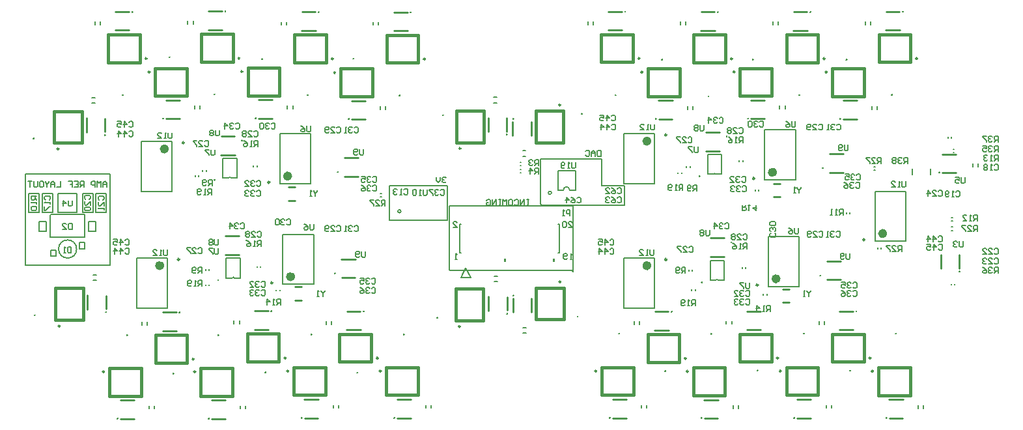
<source format=gbo>
G04*
G04 #@! TF.GenerationSoftware,Altium Limited,Altium Designer,18.1.6 (161)*
G04*
G04 Layer_Color=32896*
%FSLAX44Y44*%
%MOMM*%
G71*
G01*
G75*
%ADD10C,0.2540*%
%ADD11C,0.2500*%
%ADD12C,0.6000*%
%ADD13C,0.2000*%
%ADD14C,0.4064*%
%ADD84C,0.0000*%
%ADD85C,0.1524*%
%ADD86C,0.1270*%
G36*
X632380Y213457D02*
X634920D01*
Y209647D01*
X632380D01*
Y213457D01*
D02*
G37*
G36*
X695880D02*
X698420D01*
Y209647D01*
X695880D01*
Y213457D01*
D02*
G37*
D10*
X1047034Y331358D02*
G03*
X1047034Y331358I-359J0D01*
G01*
X922320Y372340D02*
G03*
X922320Y372340I-359J0D01*
G01*
X886779Y320898D02*
G03*
X886760Y321012I-359J0D01*
G01*
X416627Y326384D02*
G03*
X416627Y326384I-359J0D01*
G01*
X291913Y367366D02*
G03*
X291913Y367366I-359J0D01*
G01*
X256372Y315924D02*
G03*
X256354Y316038I-359J0D01*
G01*
X297539Y237640D02*
G03*
X297539Y237640I-359J0D01*
G01*
X260840Y185778D02*
G03*
X260821Y185892I-359J0D01*
G01*
X412855Y194668D02*
G03*
X412855Y194668I-359J0D01*
G01*
X928187Y234950D02*
G03*
X928187Y234950I-359J0D01*
G01*
X890016Y182984D02*
G03*
X889998Y183098I-359J0D01*
G01*
X1043933Y191874D02*
G03*
X1043933Y191874I-359J0D01*
G01*
X1224939Y197076D02*
G03*
X1224939Y197076I-359J0D01*
G01*
X1198731Y325744D02*
G03*
X1198731Y325744I-359J0D01*
G01*
X962317Y68390D02*
G03*
X962317Y68390I-359J0D01*
G01*
X956382Y472507D02*
G03*
X956382Y472507I-359J0D01*
G01*
X377489Y426212D02*
G03*
X377489Y426212I-359J0D01*
G01*
X382121Y115231D02*
G03*
X382121Y115231I-359J0D01*
G01*
X1022455Y116561D02*
G03*
X1022455Y116561I-359J0D01*
G01*
X1016867Y426466D02*
G03*
X1016867Y426466I-359J0D01*
G01*
X497123Y426006D02*
G03*
X497123Y426006I-359J0D01*
G01*
X442065Y65656D02*
G03*
X442065Y65656I-359J0D01*
G01*
X902228Y116072D02*
G03*
X902228Y116072I-359J0D01*
G01*
X898563Y424694D02*
G03*
X898563Y424694I-359J0D01*
G01*
X318113Y473202D02*
G03*
X318113Y473202I-359J0D01*
G01*
X322428Y66042D02*
G03*
X322428Y66042I-359J0D01*
G01*
X1082713Y68332D02*
G03*
X1082713Y68332I-359J0D01*
G01*
X1078033Y472440D02*
G03*
X1078033Y472440I-359J0D01*
G01*
X436993Y473792D02*
G03*
X436993Y473792I-359J0D01*
G01*
X502577Y115231D02*
G03*
X502577Y115231I-359J0D01*
G01*
X842591Y67966D02*
G03*
X842591Y67966I-359J0D01*
G01*
X733911Y402082D02*
G03*
X733911Y402082I-359J0D01*
G01*
X21187Y370078D02*
G03*
X21187Y370078I-359J0D01*
G01*
X261277Y114306D02*
G03*
X261277Y114306I-359J0D01*
G01*
X728517Y138424D02*
G03*
X728517Y138424I-359J0D01*
G01*
X838305Y472440D02*
G03*
X838305Y472440I-359J0D01*
G01*
X256137Y427306D02*
G03*
X256137Y427306I-359J0D01*
G01*
X22457Y140208D02*
G03*
X22457Y140208I-359J0D01*
G01*
X1142157Y116420D02*
G03*
X1142157Y116420I-359J0D01*
G01*
X545951Y137076D02*
G03*
X545951Y137076I-359J0D01*
G01*
X777659Y426218D02*
G03*
X777659Y426218I-359J0D01*
G01*
X197717Y475488D02*
G03*
X197717Y475488I-359J0D01*
G01*
X142659Y114306D02*
G03*
X142659Y114306I-359J0D01*
G01*
X1137069Y426726D02*
G03*
X1137069Y426726I-359J0D01*
G01*
X782425Y116586D02*
G03*
X782425Y116586I-359J0D01*
G01*
X553257Y400214D02*
G03*
X553257Y400214I-359J0D01*
G01*
X137011Y426212D02*
G03*
X137011Y426212I-359J0D01*
G01*
X202737Y64494D02*
G03*
X202737Y64494I-359J0D01*
G01*
X706013Y413445D02*
G03*
X706013Y413445I-1016J0D01*
G01*
X1169960Y473970D02*
G03*
X1169960Y473970I-1016J0D01*
G01*
X1151291Y534686D02*
G03*
X1151291Y534686I-359J0D01*
G01*
X1112604Y67570D02*
G03*
X1112604Y67570I-1016J0D01*
G01*
X1129959Y6854D02*
G03*
X1129959Y6854I-359J0D01*
G01*
X790330Y534741D02*
G03*
X790330Y534741I-359J0D01*
G01*
X989112Y84646D02*
G03*
X989112Y84646I-1016J0D01*
G01*
X970443Y145362D02*
G03*
X970443Y145362I-359J0D01*
G01*
X872004Y67258D02*
G03*
X872004Y67258I-1016J0D01*
G01*
X889359Y6542D02*
G03*
X889359Y6542I-359J0D01*
G01*
X869386Y84222D02*
G03*
X869386Y84222I-1016J0D01*
G01*
X850717Y144938D02*
G03*
X850717Y144938I-359J0D01*
G01*
X992902Y67711D02*
G03*
X992902Y67711I-1016J0D01*
G01*
X1010257Y6995D02*
G03*
X1010257Y6995I-359J0D01*
G01*
X1109508Y84588D02*
G03*
X1109508Y84588I-1016J0D01*
G01*
X1090839Y145304D02*
G03*
X1090839Y145304I-359J0D01*
G01*
X932688Y456616D02*
G03*
X932688Y456616I-1016J0D01*
G01*
X950043Y395900D02*
G03*
X950043Y395900I-359J0D01*
G01*
X929430Y473544D02*
G03*
X929430Y473544I-1016J0D01*
G01*
X910761Y534260D02*
G03*
X910761Y534260I-359J0D01*
G01*
X808999Y474025D02*
G03*
X808999Y474025I-1016J0D01*
G01*
X706314Y183914D02*
G03*
X706314Y183914I-1016J0D01*
G01*
X644941Y165902D02*
G03*
X644941Y165902I-359J0D01*
G01*
X575452Y125731D02*
G03*
X575452Y125731I-1016J0D01*
G01*
X636940Y142485D02*
G03*
X636940Y142485I-359J0D01*
G01*
X752872Y67736D02*
G03*
X752872Y67736I-1016J0D01*
G01*
X770227Y7020D02*
G03*
X770227Y7020I-359J0D01*
G01*
X1049758Y473710D02*
G03*
X1049758Y473710I-1016J0D01*
G01*
X1031089Y534426D02*
G03*
X1031089Y534426I-359J0D01*
G01*
X812824Y456184D02*
G03*
X812824Y456184I-1016J0D01*
G01*
X830179Y395468D02*
G03*
X830179Y395468I-359J0D01*
G01*
X576260Y357019D02*
G03*
X576260Y357019I-1016J0D01*
G01*
X636319Y375031D02*
G03*
X636319Y375031I-359J0D01*
G01*
X1052552Y456184D02*
G03*
X1052552Y456184I-1016J0D01*
G01*
X1069907Y395468D02*
G03*
X1069907Y395468I-359J0D01*
G01*
X644640Y395433D02*
G03*
X644640Y395433I-359J0D01*
G01*
X348980Y84920D02*
G03*
X348980Y84920I-1016J0D01*
G01*
X330311Y145636D02*
G03*
X330311Y145636I-359J0D01*
G01*
X468868Y84534D02*
G03*
X468868Y84534I-1016J0D01*
G01*
X450199Y145250D02*
G03*
X450199Y145250I-359J0D01*
G01*
X55194Y126311D02*
G03*
X55194Y126311I-1016J0D01*
G01*
X229540Y83372D02*
G03*
X229540Y83372I-1016J0D01*
G01*
X210871Y144088D02*
G03*
X210871Y144088I-359J0D01*
G01*
X352308Y67711D02*
G03*
X352308Y67711I-1016J0D01*
G01*
X369663Y6995D02*
G03*
X369663Y6995I-359J0D01*
G01*
X472764Y67711D02*
G03*
X472764Y67711I-1016J0D01*
G01*
X490119Y6995D02*
G03*
X490119Y6995I-359J0D01*
G01*
X112846Y66786D02*
G03*
X112846Y66786I-1016J0D01*
G01*
X130201Y6070D02*
G03*
X130201Y6070I-359J0D01*
G01*
X231464Y66786D02*
G03*
X231464Y66786I-1016J0D01*
G01*
X248819Y6070D02*
G03*
X248819Y6070I-359J0D01*
G01*
X289028Y474550D02*
G03*
X289028Y474550I-1016J0D01*
G01*
X270359Y535266D02*
G03*
X270359Y535266I-359J0D01*
G01*
X410380Y473456D02*
G03*
X410380Y473456I-1016J0D01*
G01*
X391711Y534172D02*
G03*
X391711Y534172I-359J0D01*
G01*
X530014Y473250D02*
G03*
X530014Y473250I-1016J0D01*
G01*
X511345Y533966D02*
G03*
X511345Y533966I-359J0D01*
G01*
X53842Y356446D02*
G03*
X53842Y356446I-1016J0D01*
G01*
X113901Y374458D02*
G03*
X113901Y374458I-359J0D01*
G01*
X292632Y456946D02*
G03*
X292632Y456946I-1016J0D01*
G01*
X309987Y396230D02*
G03*
X309987Y396230I-359J0D01*
G01*
X413536Y455930D02*
G03*
X413536Y455930I-1016J0D01*
G01*
X430891Y395214D02*
G03*
X430891Y395214I-359J0D01*
G01*
X172228Y456610D02*
G03*
X172228Y456610I-1016J0D01*
G01*
X189583Y395894D02*
G03*
X189583Y395894I-359J0D01*
G01*
X168138Y473732D02*
G03*
X168138Y473732I-1016J0D01*
G01*
X149469Y534448D02*
G03*
X149469Y534448I-359J0D01*
G01*
X115253Y144323D02*
G03*
X115253Y144323I-359J0D01*
G01*
X1055819Y325770D02*
X1073345D01*
X1055565Y349900D02*
X1073565D01*
X982921Y294250D02*
X991557D01*
X982921Y311522D02*
X991557D01*
X895291Y377928D02*
X912817D01*
X895071Y353798D02*
X913071D01*
X425412Y320796D02*
X442938D01*
X425158Y344926D02*
X443158D01*
X352514Y289276D02*
X361150D01*
X352514Y306548D02*
X361150D01*
X264884Y372954D02*
X282410D01*
X264664Y348824D02*
X282664D01*
X360680Y160020D02*
X369316D01*
X360680Y177292D02*
X369316D01*
X270290Y219098D02*
X288290D01*
X270510Y243228D02*
X288036D01*
X421640Y189080D02*
X439166D01*
X421386Y213210D02*
X439386D01*
X901158Y240538D02*
X918684D01*
X900938Y216408D02*
X918938D01*
X994664Y156972D02*
X1003300D01*
X994664Y174244D02*
X1003300D01*
X1052718Y186286D02*
X1070244D01*
X1052464Y210416D02*
X1070464D01*
X1224834Y201140D02*
Y218666D01*
X1200704Y200886D02*
Y218886D01*
X1202436Y325490D02*
X1219962D01*
X1202182Y349620D02*
X1220182D01*
X1129122Y510810D02*
X1147122D01*
X1129342Y534940D02*
X1146868D01*
X1133410Y30730D02*
X1151410D01*
X1133664Y6600D02*
X1151190D01*
X768381Y534995D02*
X785907D01*
X768161Y510865D02*
X786161D01*
X948274Y121486D02*
X966274D01*
X948494Y145616D02*
X966020D01*
X892810Y30418D02*
X910810D01*
X893064Y6288D02*
X910590D01*
X828548Y121062D02*
X846548D01*
X828768Y145192D02*
X846294D01*
X1013708Y30871D02*
X1031708D01*
X1013962Y6741D02*
X1031488D01*
X1068670Y121428D02*
X1086670D01*
X1068890Y145558D02*
X1086416D01*
X953494Y419776D02*
X971494D01*
X953748Y395646D02*
X971274D01*
X888592Y510384D02*
X906592D01*
X888812Y534514D02*
X906338D01*
X668458Y144092D02*
Y162092D01*
X644328Y144312D02*
Y161838D01*
X612705Y146295D02*
Y164295D01*
X636835Y146549D02*
Y164075D01*
X773678Y30896D02*
X791678D01*
X773932Y6766D02*
X791458D01*
X1008920Y510550D02*
X1026920D01*
X1009140Y534680D02*
X1026666D01*
X833630Y419344D02*
X851630D01*
X833884Y395214D02*
X851410D01*
X612084Y378841D02*
Y396841D01*
X636214Y379095D02*
Y396621D01*
X1073358Y419344D02*
X1091358D01*
X1073612Y395214D02*
X1091138D01*
X668157Y373623D02*
Y391623D01*
X644027Y373843D02*
Y391369D01*
X308362Y145890D02*
X325888D01*
X308142Y121760D02*
X326142D01*
X428250Y145504D02*
X445776D01*
X428030Y121374D02*
X446030D01*
X188922Y144342D02*
X206448D01*
X188702Y120212D02*
X206702D01*
X373368Y6741D02*
X390894D01*
X373114Y30871D02*
X391114D01*
X493824Y6741D02*
X511350D01*
X493570Y30871D02*
X511570D01*
X133906Y5816D02*
X151432D01*
X133652Y29946D02*
X151652D01*
X252524Y5816D02*
X270050D01*
X252270Y29946D02*
X270270D01*
X248410Y535520D02*
X265936D01*
X248190Y511390D02*
X266190D01*
X369762Y534426D02*
X387288D01*
X369542Y510296D02*
X387542D01*
X489396Y534220D02*
X506922D01*
X489176Y510090D02*
X507176D01*
X113796Y378522D02*
Y396048D01*
X89666Y378268D02*
Y396268D01*
X313692Y395976D02*
X331218D01*
X313438Y420106D02*
X331438D01*
X434596Y394960D02*
X452122D01*
X434342Y419090D02*
X452342D01*
X193288Y395640D02*
X210814D01*
X193034Y419770D02*
X211034D01*
X127520Y534702D02*
X145046D01*
X127300Y510572D02*
X145300D01*
X91018Y148132D02*
Y166133D01*
X115148Y148386D02*
Y165912D01*
D11*
X958389Y318026D02*
G03*
X958389Y318026I-1250J0D01*
G01*
X844184Y374572D02*
G03*
X844184Y374572I-1250J0D01*
G01*
X327982Y313052D02*
G03*
X327982Y313052I-1250J0D01*
G01*
X216804Y364412D02*
G03*
X216804Y364412I-1250J0D01*
G01*
X210708Y212857D02*
G03*
X210708Y212857I-1250J0D01*
G01*
X331894Y182429D02*
G03*
X331894Y182429I-1250J0D01*
G01*
X844246Y212716D02*
G03*
X844246Y212716I-1250J0D01*
G01*
X962972Y179635D02*
G03*
X962972Y179635I-1250J0D01*
G01*
X1101670Y238414D02*
G03*
X1101670Y238414I-1250J0D01*
G01*
D12*
X984639Y326026D02*
G03*
X984639Y326026I-3000J0D01*
G01*
X821434Y366572D02*
G03*
X821434Y366572I-3000J0D01*
G01*
X354232Y321052D02*
G03*
X354232Y321052I-3000J0D01*
G01*
X194054Y356412D02*
G03*
X194054Y356412I-3000J0D01*
G01*
X187958Y204856D02*
G03*
X187958Y204856I-3000J0D01*
G01*
X358144Y190429D02*
G03*
X358144Y190429I-3000J0D01*
G01*
X821496Y204716D02*
G03*
X821496Y204716I-3000J0D01*
G01*
X989222Y187635D02*
G03*
X989222Y187635I-3000J0D01*
G01*
X1127920Y246414D02*
G03*
X1127920Y246414I-3000J0D01*
G01*
D13*
X908154Y323490D02*
G03*
X904904Y323490I-1625J0D01*
G01*
X717855Y303214D02*
G03*
X709855Y303214I-4000J0D01*
G01*
X694249Y299404D02*
G03*
X694249Y299404I-1984J0D01*
G01*
X277747Y318516D02*
G03*
X274497Y318516I-1625J0D01*
G01*
X76912Y226334D02*
G03*
X76912Y226334I-11718J0D01*
G01*
X282215Y188370D02*
G03*
X278965Y188370I-1625J0D01*
G01*
X911391Y185576D02*
G03*
X908141Y185576I-1625J0D01*
G01*
X760000Y308864D02*
Y343393D01*
Y308864D02*
X788194D01*
X788924Y308134D01*
Y283552D02*
Y308134D01*
X681436Y283552D02*
X788924D01*
X680000Y284988D02*
X681436Y283552D01*
X680000Y284988D02*
Y343154D01*
X680239Y343393D01*
X760000D01*
X559086Y263902D02*
Y308134D01*
X558357Y308864D02*
X559086Y308134D01*
X483542Y308864D02*
X558357D01*
X483542Y263902D02*
X559086D01*
X483542D02*
Y308864D01*
X722500Y196596D02*
Y282322D01*
X720680Y198416D02*
X722500Y196596D01*
X562500Y198416D02*
X720680D01*
X561810Y199105D02*
X562500Y198416D01*
X561810Y199105D02*
Y282322D01*
X722500D01*
X971639Y316026D02*
Y381026D01*
X1011639Y316026D02*
Y381026D01*
X971639Y316026D02*
X1011639D01*
X971639Y381026D02*
X1011639D01*
X897447Y323490D02*
Y349490D01*
X915735D01*
Y323490D02*
Y349490D01*
X908154Y323490D02*
X915735D01*
X897447D02*
X904904D01*
X828434Y311572D02*
Y376572D01*
X788434Y311572D02*
Y376572D01*
X828434D01*
X788434Y311572D02*
X828434D01*
X702679Y303000D02*
X709791D01*
X717919D02*
X725539D01*
Y328000D01*
X702679D02*
X725539D01*
X702679Y303000D02*
Y328000D01*
X341232Y376052D02*
X381232D01*
X341232Y311052D02*
X381232D01*
Y376052D01*
X341232Y311052D02*
Y376052D01*
X267040Y318516D02*
Y344516D01*
X285328D01*
Y318516D02*
Y344516D01*
X277747Y318516D02*
X285328D01*
X267040D02*
X274497D01*
X201054Y301412D02*
Y366412D01*
X161054Y301412D02*
Y366412D01*
X201054D01*
X161054Y301412D02*
X201054D01*
X101928Y249174D02*
Y262382D01*
X92500Y249174D02*
X101928D01*
X92500D02*
Y262382D01*
X101928D01*
X37500Y249174D02*
Y262382D01*
X28519Y249174D02*
X37500D01*
X28519D02*
Y262382D01*
X37500D01*
X120000Y205000D02*
Y323850D01*
X10000Y205000D02*
X120000D01*
X10000D02*
Y323850D01*
X120000D01*
X52500Y298548D02*
X77500D01*
X52500Y274298D02*
Y298548D01*
Y274298D02*
X77500D01*
Y298548D01*
X14540D02*
X28126D01*
X14540Y274298D02*
Y298548D01*
Y274298D02*
X28126D01*
Y298548D01*
X32040Y298549D02*
X45626D01*
X32040Y274299D02*
Y298549D01*
Y274299D02*
X45626D01*
Y298549D01*
X84428Y298331D02*
X98014D01*
X84428Y274081D02*
Y298331D01*
Y274081D02*
X98014D01*
Y298331D01*
X115152Y274080D02*
Y298330D01*
X101566Y274080D02*
X115152D01*
X101566D02*
Y298330D01*
X115152D01*
X43343Y225058D02*
X50385D01*
X43343Y217214D02*
Y225058D01*
X43643Y216914D02*
X50385D01*
Y225058D01*
X87236Y226678D02*
Y234822D01*
X80494Y226678D02*
X87236D01*
X80194Y226978D02*
Y234822D01*
X87236D01*
X42386Y242010D02*
X87386D01*
Y271036D01*
X42386Y242010D02*
Y270476D01*
X43149Y271036D02*
X87386D01*
X154958Y149857D02*
X194958D01*
X154958Y214856D02*
X194958D01*
X154958Y149857D02*
Y214856D01*
X194958Y149857D02*
Y214856D01*
X271508Y188370D02*
X278965D01*
X282215D02*
X289796D01*
Y214370D01*
X271508D02*
X289796D01*
X271508Y188370D02*
Y214370D01*
X345144Y180429D02*
Y245429D01*
X385144Y180429D02*
Y245429D01*
X345144Y180429D02*
X385144D01*
X345144Y245429D02*
X385144D01*
X828496Y149716D02*
Y214716D01*
X788496Y149716D02*
Y214716D01*
X828496D01*
X788496Y149716D02*
X828496D01*
X900684Y185576D02*
Y211576D01*
X918972D01*
Y185576D02*
Y211576D01*
X911391Y185576D02*
X918972D01*
X900684D02*
X908141D01*
X976222Y242635D02*
X1016222D01*
X976222Y177635D02*
X1016222D01*
Y242635D01*
X976222Y177635D02*
Y242635D01*
X1114920Y236414D02*
Y301414D01*
X1154920Y236414D02*
Y301414D01*
X1114920Y236414D02*
X1154920D01*
X1114920Y301414D02*
X1154920D01*
X1249116Y333534D02*
Y337534D01*
X1242116Y333534D02*
Y337534D01*
X1163258Y322898D02*
Y330898D01*
X1187258Y322898D02*
Y330898D01*
X657210Y117467D02*
X661210D01*
X657210Y124467D02*
X661210D01*
X1109497Y518058D02*
Y522058D01*
X1102497Y518058D02*
Y522058D01*
X1171035Y19482D02*
Y23482D01*
X1178035Y19482D02*
Y23482D01*
X928649Y128734D02*
Y132734D01*
X921649Y128734D02*
Y132734D01*
X930435Y19170D02*
Y23170D01*
X937435Y19170D02*
Y23170D01*
X808923Y128310D02*
Y132310D01*
X801923Y128310D02*
Y132310D01*
X1051333Y19623D02*
Y23623D01*
X1058333Y19623D02*
Y23623D01*
X1049045Y128676D02*
Y132676D01*
X1042045Y128676D02*
Y132676D01*
X991119Y408528D02*
Y412528D01*
X998119Y408528D02*
Y412528D01*
X868967Y517632D02*
Y521632D01*
X861967Y517632D02*
Y521632D01*
X748536Y518113D02*
Y522113D01*
X741536Y518113D02*
Y522113D01*
X619953Y183920D02*
X623953D01*
X619953Y190920D02*
X623953D01*
X811303Y19648D02*
Y23648D01*
X818303Y19648D02*
Y23648D01*
X989295Y517798D02*
Y521798D01*
X982295Y517798D02*
Y521798D01*
X871255Y408096D02*
Y412096D01*
X878255Y408096D02*
Y412096D01*
X619332Y416466D02*
X623332D01*
X619332Y423466D02*
X623332D01*
X1110983Y408096D02*
Y412096D01*
X1117983Y408096D02*
Y412096D01*
X656909Y353998D02*
X660909D01*
X656909Y346998D02*
X660909D01*
X281517Y129008D02*
Y133008D01*
X288517Y129008D02*
Y133008D01*
X401405Y128622D02*
Y132622D01*
X408405Y128622D02*
Y132622D01*
X98266Y192757D02*
X102266D01*
X98266Y185758D02*
X102266D01*
X162077Y127460D02*
Y131460D01*
X169077Y127460D02*
Y131460D01*
X417739Y19623D02*
Y23623D01*
X410739Y19623D02*
Y23623D01*
X538195Y19623D02*
Y23623D01*
X531195Y19623D02*
Y23623D01*
X178277Y18698D02*
Y22698D01*
X171277Y18698D02*
Y22698D01*
X296895Y18698D02*
Y22698D01*
X289895Y18698D02*
Y22698D01*
X221565Y518638D02*
Y522638D01*
X228565Y518638D02*
Y522638D01*
X342917Y517544D02*
Y521544D01*
X349917Y517544D02*
Y521544D01*
X462551Y517338D02*
Y521338D01*
X469551Y517338D02*
Y521338D01*
X96914Y422893D02*
X100914D01*
X96914Y415893D02*
X100914D01*
X358063Y408858D02*
Y412858D01*
X351063Y408858D02*
Y412858D01*
X478967Y407842D02*
Y411842D01*
X471967Y407842D02*
Y411842D01*
X237659Y408522D02*
Y412522D01*
X230659Y408522D02*
Y412522D01*
X100675Y517820D02*
Y521820D01*
X107675Y517820D02*
Y521820D01*
X758698Y354496D02*
Y346998D01*
X754949D01*
X753700Y348248D01*
Y353246D01*
X754949Y354496D01*
X758698D01*
X751200Y346998D02*
Y351996D01*
X748701Y354496D01*
X746202Y351996D01*
Y346998D01*
Y350747D01*
X751200D01*
X738704Y353246D02*
X739954Y354496D01*
X742453D01*
X743703Y353246D01*
Y348248D01*
X742453Y346998D01*
X739954D01*
X738704Y348248D01*
X557500Y318748D02*
X556250Y319998D01*
X553751D01*
X552502Y318748D01*
Y317498D01*
X553751Y316249D01*
X555001D01*
X553751D01*
X552502Y314999D01*
Y313750D01*
X553751Y312500D01*
X556250D01*
X557500Y313750D01*
X550002Y319998D02*
Y314999D01*
X547503Y312500D01*
X545004Y314999D01*
Y319998D01*
X566422Y254478D02*
X571420D01*
X566422Y259476D01*
Y260726D01*
X567671Y261976D01*
X570170D01*
X571420Y260726D01*
Y212822D02*
X568921D01*
X570170D01*
Y220320D01*
X571420Y219070D01*
X716282Y254478D02*
X721280D01*
X716282Y259476D01*
Y260726D01*
X717531Y261976D01*
X720030D01*
X721280Y260726D01*
X713782D02*
X712533Y261976D01*
X710034D01*
X708784Y260726D01*
Y255728D01*
X710034Y254478D01*
X712533D01*
X713782Y255728D01*
Y260726D01*
X721106Y213039D02*
X718607D01*
X719856D01*
Y220536D01*
X721106Y219287D01*
X714858Y214288D02*
X713608Y213039D01*
X711109D01*
X709860Y214288D01*
Y219287D01*
X711109Y220536D01*
X713608D01*
X714858Y219287D01*
Y218037D01*
X713608Y216787D01*
X709860D01*
X116174Y306780D02*
Y311778D01*
X113675Y314278D01*
X111176Y311778D01*
Y306780D01*
Y310529D01*
X116174D01*
X108676Y306780D02*
Y314278D01*
X106177Y311778D01*
X103678Y314278D01*
Y306780D01*
X101179D02*
Y314278D01*
X97430D01*
X96180Y313028D01*
Y310529D01*
X97430Y309279D01*
X101179D01*
X86184Y306780D02*
Y314278D01*
X82435D01*
X81185Y313028D01*
Y310529D01*
X82435Y309279D01*
X86184D01*
X83684D02*
X81185Y306780D01*
X73688Y314278D02*
X78686D01*
Y306780D01*
X73688D01*
X78686Y310529D02*
X76187D01*
X66190Y314278D02*
X71188D01*
Y310529D01*
X68689D01*
X71188D01*
Y306780D01*
X56193Y314278D02*
Y306780D01*
X51195D01*
X48696D02*
Y311778D01*
X46196Y314278D01*
X43697Y311778D01*
Y306780D01*
Y310529D01*
X48696D01*
X41198Y314278D02*
Y313028D01*
X38699Y310529D01*
X36200Y313028D01*
Y314278D01*
X38699Y310529D02*
Y306780D01*
X29952Y314278D02*
X32451D01*
X33700Y313028D01*
Y308030D01*
X32451Y306780D01*
X29952D01*
X28702Y308030D01*
Y313028D01*
X29952Y314278D01*
X26203D02*
Y308030D01*
X24953Y306780D01*
X22454D01*
X21204Y308030D01*
Y314278D01*
X18705D02*
X13707D01*
X16206D01*
Y306780D01*
X665000Y290708D02*
X662501D01*
X663750D01*
Y283210D01*
X665000D01*
X662501D01*
X658752D02*
Y290708D01*
X653754Y283210D01*
Y290708D01*
X646256Y289458D02*
X647506Y290708D01*
X650005D01*
X651254Y289458D01*
Y284460D01*
X650005Y283210D01*
X647506D01*
X646256Y284460D01*
X640008Y290708D02*
X642507D01*
X643757Y289458D01*
Y284460D01*
X642507Y283210D01*
X640008D01*
X638758Y284460D01*
Y289458D01*
X640008Y290708D01*
X636259Y283210D02*
Y290708D01*
X633760Y288208D01*
X631261Y290708D01*
Y283210D01*
X628762Y290708D02*
X626262D01*
X627512D01*
Y283210D01*
X628762D01*
X626262D01*
X622514D02*
Y290708D01*
X617515Y283210D01*
Y290708D01*
X610018Y289458D02*
X611267Y290708D01*
X613766D01*
X615016Y289458D01*
Y284460D01*
X613766Y283210D01*
X611267D01*
X610018Y284460D01*
Y286959D01*
X612517D01*
X1247902Y263250D02*
Y270748D01*
X1244153D01*
X1242904Y269498D01*
Y266999D01*
X1244153Y265749D01*
X1247902D01*
X1245403D02*
X1242904Y263250D01*
X1240404D02*
X1237905D01*
X1239155D01*
Y270748D01*
X1240404Y269498D01*
X1229158Y263250D02*
X1234156D01*
X1229158Y268248D01*
Y269498D01*
X1230408Y270748D01*
X1232907D01*
X1234156Y269498D01*
X1073345Y270763D02*
Y278261D01*
X1069596D01*
X1068346Y277011D01*
Y274512D01*
X1069596Y273262D01*
X1073345D01*
X1070846D02*
X1068346Y270763D01*
X1065847D02*
X1063348D01*
X1064598D01*
Y278261D01*
X1065847Y277011D01*
X1059599Y270763D02*
X1057100D01*
X1058350D01*
Y278261D01*
X1059599Y277011D01*
X718566Y269402D02*
Y276900D01*
X714817D01*
X713568Y275650D01*
Y273151D01*
X714817Y271901D01*
X718566D01*
X711068Y269402D02*
X708569D01*
X709819D01*
Y276900D01*
X711068Y275650D01*
X1149570Y223254D02*
Y230752D01*
X1145821D01*
X1144572Y229502D01*
Y227003D01*
X1145821Y225753D01*
X1149570D01*
X1147071D02*
X1144572Y223254D01*
X1137074D02*
X1142073D01*
X1137074Y228252D01*
Y229502D01*
X1138324Y230752D01*
X1140823D01*
X1142073Y229502D01*
X1134575Y230752D02*
X1129576D01*
Y229502D01*
X1134575Y224504D01*
Y223254D01*
X437940Y255422D02*
X439189Y256672D01*
X441688D01*
X442938Y255422D01*
Y250424D01*
X441688Y249174D01*
X439189D01*
X437940Y250424D01*
X435440Y255422D02*
X434191Y256672D01*
X431692D01*
X430442Y255422D01*
Y254172D01*
X431692Y252923D01*
X432941D01*
X431692D01*
X430442Y251673D01*
Y250424D01*
X431692Y249174D01*
X434191D01*
X435440Y250424D01*
X427943Y249174D02*
X425444D01*
X426693D01*
Y256672D01*
X427943Y255422D01*
X532500Y303662D02*
Y297414D01*
X531250Y296164D01*
X528751D01*
X527502Y297414D01*
Y303662D01*
X525002Y296164D02*
X522503D01*
X523753D01*
Y303662D01*
X525002Y302412D01*
X518754D02*
X517505Y303662D01*
X515006D01*
X513756Y302412D01*
Y297414D01*
X515006Y296164D01*
X517505D01*
X518754Y297414D01*
Y302412D01*
X502502Y303428D02*
X503751Y304678D01*
X506250D01*
X507500Y303428D01*
Y298430D01*
X506250Y297180D01*
X503751D01*
X502502Y298430D01*
X500002Y297180D02*
X497503D01*
X498753D01*
Y304678D01*
X500002Y303428D01*
X493754D02*
X492505Y304678D01*
X490006D01*
X488756Y303428D01*
Y302178D01*
X490006Y300929D01*
X491255D01*
X490006D01*
X488756Y299679D01*
Y298430D01*
X490006Y297180D01*
X492505D01*
X493754Y298430D01*
X550002Y302412D02*
X551251Y303662D01*
X553750D01*
X555000Y302412D01*
Y297414D01*
X553750Y296164D01*
X551251D01*
X550002Y297414D01*
X547502Y302412D02*
X546253Y303662D01*
X543754D01*
X542504Y302412D01*
Y301162D01*
X543754Y299913D01*
X545003D01*
X543754D01*
X542504Y298663D01*
Y297414D01*
X543754Y296164D01*
X546253D01*
X547502Y297414D01*
X540005Y303662D02*
X535006D01*
Y302412D01*
X540005Y297414D01*
Y296164D01*
X1157500Y337684D02*
Y345182D01*
X1153751D01*
X1152502Y343932D01*
Y341433D01*
X1153751Y340183D01*
X1157500D01*
X1155001D02*
X1152502Y337684D01*
X1150002Y343932D02*
X1148753Y345182D01*
X1146254D01*
X1145004Y343932D01*
Y342682D01*
X1146254Y341433D01*
X1147503D01*
X1146254D01*
X1145004Y340183D01*
Y338934D01*
X1146254Y337684D01*
X1148753D01*
X1150002Y338934D01*
X1142505Y343932D02*
X1141255Y345182D01*
X1138756D01*
X1137506Y343932D01*
Y342682D01*
X1138756Y341433D01*
X1137506Y340183D01*
Y338934D01*
X1138756Y337684D01*
X1141255D01*
X1142505Y338934D01*
Y340183D01*
X1141255Y341433D01*
X1142505Y342682D01*
Y343932D01*
X1141255Y341433D02*
X1138756D01*
X1015492Y253878D02*
Y247630D01*
X1014242Y246380D01*
X1011743D01*
X1010494Y247630D01*
Y253878D01*
X1002996D02*
X1005495Y252628D01*
X1007994Y250129D01*
Y247630D01*
X1006745Y246380D01*
X1004246D01*
X1002996Y247630D01*
Y248879D01*
X1004246Y250129D01*
X1007994D01*
X828434Y388524D02*
Y382276D01*
X827184Y381026D01*
X824685D01*
X823436Y382276D01*
Y388524D01*
X820936Y381026D02*
X818437D01*
X819687D01*
Y388524D01*
X820936Y387274D01*
X809690Y381026D02*
X814688D01*
X809690Y386024D01*
Y387274D01*
X810940Y388524D01*
X813439D01*
X814688Y387274D01*
X1231960Y319300D02*
Y313052D01*
X1230710Y311802D01*
X1228211D01*
X1226962Y313052D01*
Y319300D01*
X1219464D02*
X1224462D01*
Y315551D01*
X1221963Y316800D01*
X1220714D01*
X1219464Y315551D01*
Y313052D01*
X1220714Y311802D01*
X1223213D01*
X1224462Y313052D01*
X1229614Y236322D02*
Y230074D01*
X1228364Y228824D01*
X1225865D01*
X1224616Y230074D01*
Y236322D01*
X1222116Y235072D02*
X1220867Y236322D01*
X1218368D01*
X1217118Y235072D01*
Y233822D01*
X1218368Y232573D01*
X1219617D01*
X1218368D01*
X1217118Y231323D01*
Y230074D01*
X1218368Y228824D01*
X1220867D01*
X1222116Y230074D01*
X1275000Y365674D02*
Y373172D01*
X1271251D01*
X1270002Y371922D01*
Y369423D01*
X1271251Y368173D01*
X1275000D01*
X1272501D02*
X1270002Y365674D01*
X1267502Y371922D02*
X1266253Y373172D01*
X1263754D01*
X1262504Y371922D01*
Y370672D01*
X1263754Y369423D01*
X1265003D01*
X1263754D01*
X1262504Y368173D01*
Y366924D01*
X1263754Y365674D01*
X1266253D01*
X1267502Y366924D01*
X1260005Y373172D02*
X1255006D01*
Y371922D01*
X1260005Y366924D01*
Y365674D01*
X1275000Y195000D02*
Y202498D01*
X1271251D01*
X1270002Y201248D01*
Y198749D01*
X1271251Y197499D01*
X1275000D01*
X1272501D02*
X1270002Y195000D01*
X1267502Y201248D02*
X1266253Y202498D01*
X1263754D01*
X1262504Y201248D01*
Y199998D01*
X1263754Y198749D01*
X1265003D01*
X1263754D01*
X1262504Y197499D01*
Y196250D01*
X1263754Y195000D01*
X1266253D01*
X1267502Y196250D01*
X1255006Y202498D02*
X1257506Y201248D01*
X1260005Y198749D01*
Y196250D01*
X1258755Y195000D01*
X1256256D01*
X1255006Y196250D01*
Y197499D01*
X1256256Y198749D01*
X1260005D01*
X1275000Y352806D02*
Y360304D01*
X1271251D01*
X1270002Y359054D01*
Y356555D01*
X1271251Y355305D01*
X1275000D01*
X1272501D02*
X1270002Y352806D01*
X1267502Y359054D02*
X1266253Y360304D01*
X1263754D01*
X1262504Y359054D01*
Y357804D01*
X1263754Y356555D01*
X1265003D01*
X1263754D01*
X1262504Y355305D01*
Y354056D01*
X1263754Y352806D01*
X1266253D01*
X1267502Y354056D01*
X1255006Y360304D02*
X1260005D01*
Y356555D01*
X1257506Y357804D01*
X1256256D01*
X1255006Y356555D01*
Y354056D01*
X1256256Y352806D01*
X1258755D01*
X1260005Y354056D01*
X1275000Y341122D02*
Y348620D01*
X1271251D01*
X1270002Y347370D01*
Y344871D01*
X1271251Y343621D01*
X1275000D01*
X1272501D02*
X1270002Y341122D01*
X1267502D02*
X1265003D01*
X1266253D01*
Y348620D01*
X1267502Y347370D01*
X1261254D02*
X1260005Y348620D01*
X1257506D01*
X1256256Y347370D01*
Y346120D01*
X1257506Y344871D01*
X1258755D01*
X1257506D01*
X1256256Y343621D01*
Y342372D01*
X1257506Y341122D01*
X1260005D01*
X1261254Y342372D01*
X1197184Y301248D02*
X1198433Y302498D01*
X1200932D01*
X1202182Y301248D01*
Y296250D01*
X1200932Y295000D01*
X1198433D01*
X1197184Y296250D01*
X1189686Y295000D02*
X1194684D01*
X1189686Y299998D01*
Y301248D01*
X1190936Y302498D01*
X1193435D01*
X1194684Y301248D01*
X1183438Y295000D02*
Y302498D01*
X1187187Y298749D01*
X1182188D01*
X1270002Y213258D02*
X1271251Y214508D01*
X1273750D01*
X1275000Y213258D01*
Y208260D01*
X1273750Y207010D01*
X1271251D01*
X1270002Y208260D01*
X1262504Y207010D02*
X1267502D01*
X1262504Y212008D01*
Y213258D01*
X1263754Y214508D01*
X1266253D01*
X1267502Y213258D01*
X1260005D02*
X1258755Y214508D01*
X1256256D01*
X1255006Y213258D01*
Y212008D01*
X1256256Y210759D01*
X1257506D01*
X1256256D01*
X1255006Y209509D01*
Y208260D01*
X1256256Y207010D01*
X1258755D01*
X1260005Y208260D01*
X1270002Y225846D02*
X1271251Y227096D01*
X1273750D01*
X1275000Y225846D01*
Y220848D01*
X1273750Y219598D01*
X1271251D01*
X1270002Y220848D01*
X1262504Y219598D02*
X1267502D01*
X1262504Y224596D01*
Y225846D01*
X1263754Y227096D01*
X1266253D01*
X1267502Y225846D01*
X1255006Y219598D02*
X1260005D01*
X1255006Y224596D01*
Y225846D01*
X1256256Y227096D01*
X1258755D01*
X1260005Y225846D01*
X1220002Y300498D02*
X1221251Y301748D01*
X1223750D01*
X1225000Y300498D01*
Y295500D01*
X1223750Y294250D01*
X1221251D01*
X1220002Y295500D01*
X1217502Y294250D02*
X1215003D01*
X1216253D01*
Y301748D01*
X1217502Y300498D01*
X1211254Y295500D02*
X1210005Y294250D01*
X1207506D01*
X1206256Y295500D01*
Y300498D01*
X1207506Y301748D01*
X1210005D01*
X1211254Y300498D01*
Y299248D01*
X1210005Y297999D01*
X1206256D01*
X1270002Y335076D02*
X1271251Y336326D01*
X1273750D01*
X1275000Y335076D01*
Y330078D01*
X1273750Y328828D01*
X1271251D01*
X1270002Y330078D01*
X1267502Y328828D02*
X1265003D01*
X1266253D01*
Y336326D01*
X1267502Y335076D01*
X1261254D02*
X1260005Y336326D01*
X1257506D01*
X1256256Y335076D01*
Y333826D01*
X1257506Y332577D01*
X1256256Y331327D01*
Y330078D01*
X1257506Y328828D01*
X1260005D01*
X1261254Y330078D01*
Y331327D01*
X1260005Y332577D01*
X1261254Y333826D01*
Y335076D01*
X1260005Y332577D02*
X1257506D01*
X437940Y383748D02*
X439189Y384998D01*
X441688D01*
X442938Y383748D01*
Y378750D01*
X441688Y377500D01*
X439189D01*
X437940Y378750D01*
X435440Y383748D02*
X434191Y384998D01*
X431692D01*
X430442Y383748D01*
Y382498D01*
X431692Y381249D01*
X432941D01*
X431692D01*
X430442Y379999D01*
Y378750D01*
X431692Y377500D01*
X434191D01*
X435440Y378750D01*
X427943Y377500D02*
X425444D01*
X426693D01*
Y384998D01*
X427943Y383748D01*
X385144Y258688D02*
Y252440D01*
X383894Y251190D01*
X381395D01*
X380146Y252440D01*
Y258688D01*
X372648D02*
X375147Y257438D01*
X377646Y254939D01*
Y252440D01*
X376397Y251190D01*
X373898D01*
X372648Y252440D01*
Y253689D01*
X373898Y254939D01*
X377646D01*
X868370Y195000D02*
Y202498D01*
X864621D01*
X863372Y201248D01*
Y198749D01*
X864621Y197499D01*
X868370D01*
X865871D02*
X863372Y195000D01*
X860872Y196250D02*
X859623Y195000D01*
X857124D01*
X855874Y196250D01*
Y201248D01*
X857124Y202498D01*
X859623D01*
X860872Y201248D01*
Y199998D01*
X859623Y198749D01*
X855874D01*
X883500Y301806D02*
Y309304D01*
X879751D01*
X878502Y308054D01*
Y305555D01*
X879751Y304305D01*
X883500D01*
X881001D02*
X878502Y301806D01*
X876002Y303056D02*
X874753Y301806D01*
X872254D01*
X871004Y303056D01*
Y308054D01*
X872254Y309304D01*
X874753D01*
X876002Y308054D01*
Y306804D01*
X874753Y305555D01*
X871004D01*
X252984Y308864D02*
Y316362D01*
X249235D01*
X247986Y315112D01*
Y312613D01*
X249235Y311363D01*
X252984D01*
X250485D02*
X247986Y308864D01*
X245486Y310114D02*
X244237Y308864D01*
X241738D01*
X240488Y310114D01*
Y315112D01*
X241738Y316362D01*
X244237D01*
X245486Y315112D01*
Y313862D01*
X244237Y312613D01*
X240488D01*
X240000Y195000D02*
Y202498D01*
X236251D01*
X235002Y201248D01*
Y198749D01*
X236251Y197499D01*
X240000D01*
X237501D02*
X235002Y195000D01*
X232502Y196250D02*
X231253Y195000D01*
X228754D01*
X227504Y196250D01*
Y201248D01*
X228754Y202498D01*
X231253D01*
X232502Y201248D01*
Y199998D01*
X231253Y198749D01*
X227504D01*
X317071Y172160D02*
X318320Y173410D01*
X320819D01*
X322069Y172160D01*
Y167162D01*
X320819Y165912D01*
X318320D01*
X317071Y167162D01*
X314571Y172160D02*
X313322Y173410D01*
X310823D01*
X309573Y172160D01*
Y170911D01*
X310823Y169661D01*
X312072D01*
X310823D01*
X309573Y168412D01*
Y167162D01*
X310823Y165912D01*
X313322D01*
X314571Y167162D01*
X307074Y172160D02*
X305824Y173410D01*
X303325D01*
X302075Y172160D01*
Y170911D01*
X303325Y169661D01*
X304575D01*
X303325D01*
X302075Y168412D01*
Y167162D01*
X303325Y165912D01*
X305824D01*
X307074Y167162D01*
X261277Y238930D02*
Y232682D01*
X260028Y231432D01*
X257528D01*
X256279Y232682D01*
Y238930D01*
X253780Y237680D02*
X252530Y238930D01*
X250031D01*
X248781Y237680D01*
Y236431D01*
X250031Y235181D01*
X248781Y233932D01*
Y232682D01*
X250031Y231432D01*
X252530D01*
X253780Y232682D01*
Y233932D01*
X252530Y235181D01*
X253780Y236431D01*
Y237680D01*
X252530Y235181D02*
X250031D01*
X381232Y386339D02*
Y380091D01*
X379982Y378841D01*
X377483D01*
X376234Y380091D01*
Y386339D01*
X368736D02*
X371235Y385089D01*
X373734Y382590D01*
Y380091D01*
X372485Y378841D01*
X369986D01*
X368736Y380091D01*
Y381340D01*
X369986Y382590D01*
X373734D01*
X256372Y355515D02*
Y349267D01*
X255122Y348017D01*
X252623D01*
X251374Y349267D01*
Y355515D01*
X248874D02*
X243876D01*
Y354265D01*
X248874Y349267D01*
Y348017D01*
X201054Y377576D02*
Y371328D01*
X199804Y370078D01*
X197305D01*
X196056Y371328D01*
Y377576D01*
X193556Y370078D02*
X191057D01*
X192307D01*
Y377576D01*
X193556Y376326D01*
X182310Y370078D02*
X187308D01*
X182310Y375076D01*
Y376326D01*
X183560Y377576D01*
X186059D01*
X187308Y376326D01*
X195000Y225430D02*
Y219182D01*
X193750Y217932D01*
X191251D01*
X190002Y219182D01*
Y225430D01*
X187502Y217932D02*
X185003D01*
X186253D01*
Y225430D01*
X187502Y224180D01*
X176256Y217932D02*
X181254D01*
X176256Y222930D01*
Y224180D01*
X177506Y225430D01*
X180005D01*
X181254Y224180D01*
X261277Y227096D02*
Y220848D01*
X260028Y219598D01*
X257528D01*
X256279Y220848D01*
Y227096D01*
X253780D02*
X248781D01*
Y225846D01*
X253780Y220848D01*
Y219598D01*
X1031708Y172498D02*
Y171248D01*
X1029209Y168749D01*
X1026710Y171248D01*
Y172498D01*
X1029209Y168749D02*
Y165000D01*
X1024210D02*
X1021711D01*
X1022961D01*
Y172498D01*
X1024210Y171248D01*
X1019048Y306762D02*
Y305513D01*
X1016549Y303013D01*
X1014050Y305513D01*
Y306762D01*
X1016549Y303013D02*
Y299265D01*
X1011550D02*
X1009051D01*
X1010301D01*
Y306762D01*
X1011550Y305513D01*
X390000Y302280D02*
Y301030D01*
X387501Y298531D01*
X385002Y301030D01*
Y302280D01*
X387501Y298531D02*
Y294782D01*
X382502D02*
X380003D01*
X381253D01*
Y302280D01*
X382502Y301030D01*
X399467Y172598D02*
Y171348D01*
X396968Y168849D01*
X394469Y171348D01*
Y172598D01*
X396968Y168849D02*
Y165100D01*
X391969D02*
X389470D01*
X390720D01*
Y172598D01*
X391969Y171348D01*
X1154920Y314278D02*
Y308030D01*
X1153670Y306780D01*
X1151171D01*
X1149922Y308030D01*
Y314278D01*
X1147422Y306780D02*
X1144923D01*
X1146173D01*
Y314278D01*
X1147422Y313028D01*
X1136176Y306780D02*
X1141174D01*
X1136176Y311778D01*
Y313028D01*
X1137426Y314278D01*
X1139925D01*
X1141174Y313028D01*
X827532Y225938D02*
Y219690D01*
X826282Y218440D01*
X823783D01*
X822534Y219690D01*
Y225938D01*
X820034Y218440D02*
X817535D01*
X818785D01*
Y225938D01*
X820034Y224688D01*
X808788Y218440D02*
X813786D01*
X808788Y223438D01*
Y224688D01*
X810038Y225938D01*
X812537D01*
X813786Y224688D01*
X1082512Y220858D02*
Y214610D01*
X1081262Y213360D01*
X1078763D01*
X1077514Y214610D01*
Y220858D01*
X1075014Y214610D02*
X1073765Y213360D01*
X1071266D01*
X1070016Y214610D01*
Y219608D01*
X1071266Y220858D01*
X1073765D01*
X1075014Y219608D01*
Y218358D01*
X1073765Y217109D01*
X1070016D01*
X1080044Y361612D02*
Y355364D01*
X1078794Y354114D01*
X1076295D01*
X1075046Y355364D01*
Y361612D01*
X1072546Y355364D02*
X1071297Y354114D01*
X1068798D01*
X1067548Y355364D01*
Y360362D01*
X1068798Y361612D01*
X1071297D01*
X1072546Y360362D01*
Y359112D01*
X1071297Y357863D01*
X1067548D01*
X449840Y356322D02*
Y350074D01*
X448590Y348824D01*
X446091D01*
X444842Y350074D01*
Y356322D01*
X442342Y350074D02*
X441093Y348824D01*
X438594D01*
X437344Y350074D01*
Y355072D01*
X438594Y356322D01*
X441093D01*
X442342Y355072D01*
Y353822D01*
X441093Y352573D01*
X437344D01*
X452500Y223144D02*
Y216896D01*
X451250Y215646D01*
X448751D01*
X447502Y216896D01*
Y223144D01*
X445002Y216896D02*
X443753Y215646D01*
X441254D01*
X440004Y216896D01*
Y221894D01*
X441254Y223144D01*
X443753D01*
X445002Y221894D01*
Y220644D01*
X443753Y219395D01*
X440004D01*
X900000Y251084D02*
Y244836D01*
X898750Y243586D01*
X896251D01*
X895002Y244836D01*
Y251084D01*
X892502Y249834D02*
X891253Y251084D01*
X888754D01*
X887504Y249834D01*
Y248584D01*
X888754Y247335D01*
X887504Y246085D01*
Y244836D01*
X888754Y243586D01*
X891253D01*
X892502Y244836D01*
Y246085D01*
X891253Y247335D01*
X892502Y248584D01*
Y249834D01*
X891253Y247335D02*
X888754D01*
X892500Y387498D02*
Y381250D01*
X891250Y380000D01*
X888751D01*
X887502Y381250D01*
Y387498D01*
X885002Y386248D02*
X883753Y387498D01*
X881254D01*
X880004Y386248D01*
Y384998D01*
X881254Y383749D01*
X880004Y382499D01*
Y381250D01*
X881254Y380000D01*
X883753D01*
X885002Y381250D01*
Y382499D01*
X883753Y383749D01*
X885002Y384998D01*
Y386248D01*
X883753Y383749D02*
X881254D01*
X262500Y380908D02*
Y374660D01*
X261250Y373410D01*
X258751D01*
X257502Y374660D01*
Y380908D01*
X255002Y379658D02*
X253753Y380908D01*
X251254D01*
X250004Y379658D01*
Y378409D01*
X251254Y377159D01*
X250004Y375909D01*
Y374660D01*
X251254Y373410D01*
X253753D01*
X255002Y374660D01*
Y375909D01*
X253753Y377159D01*
X255002Y378409D01*
Y379658D01*
X253753Y377159D02*
X251254D01*
X951964Y182498D02*
Y176250D01*
X950714Y175000D01*
X948215D01*
X946965Y176250D01*
Y182498D01*
X944466D02*
X939468D01*
Y181248D01*
X944466Y176250D01*
Y175000D01*
X885000Y359274D02*
Y353026D01*
X883750Y351776D01*
X881251D01*
X880002Y353026D01*
Y359274D01*
X877502D02*
X872504D01*
Y358024D01*
X877502Y353026D01*
Y351776D01*
X1011482Y392218D02*
Y385970D01*
X1010232Y384720D01*
X1007733D01*
X1006484Y385970D01*
Y392218D01*
X998986D02*
X1001485Y390968D01*
X1003984Y388469D01*
Y385970D01*
X1002735Y384720D01*
X1000236D01*
X998986Y385970D01*
Y387219D01*
X1000236Y388469D01*
X1003984D01*
X725539Y338968D02*
Y332720D01*
X724289Y331470D01*
X721790D01*
X720541Y332720D01*
Y338968D01*
X718041Y331470D02*
X715542D01*
X716792D01*
Y338968D01*
X718041Y337718D01*
X711793Y332720D02*
X710544Y331470D01*
X708045D01*
X706795Y332720D01*
Y337718D01*
X708045Y338968D01*
X710544D01*
X711793Y337718D01*
Y336468D01*
X710544Y335219D01*
X706795D01*
X71034Y289508D02*
Y283260D01*
X69784Y282010D01*
X67285D01*
X66036Y283260D01*
Y289508D01*
X59788Y282010D02*
Y289508D01*
X63536Y285759D01*
X58538D01*
X1247902Y249174D02*
Y256672D01*
X1244153D01*
X1242904Y255422D01*
Y252923D01*
X1244153Y251673D01*
X1247902D01*
X1245403D02*
X1242904Y249174D01*
X1235406D02*
X1240404D01*
X1235406Y254172D01*
Y255422D01*
X1236656Y256672D01*
X1239155D01*
X1240404Y255422D01*
X1232907Y256672D02*
X1227908D01*
Y255422D01*
X1232907Y250424D01*
Y249174D01*
X1123152Y337684D02*
Y345182D01*
X1119403D01*
X1118154Y343932D01*
Y341433D01*
X1119403Y340183D01*
X1123152D01*
X1120653D02*
X1118154Y337684D01*
X1110656D02*
X1115654D01*
X1110656Y342682D01*
Y343932D01*
X1111906Y345182D01*
X1114405D01*
X1115654Y343932D01*
X1108157Y345182D02*
X1103158D01*
Y343932D01*
X1108157Y338934D01*
Y337684D01*
X478050Y282500D02*
Y289998D01*
X474301D01*
X473052Y288748D01*
Y286249D01*
X474301Y284999D01*
X478050D01*
X475551D02*
X473052Y282500D01*
X465554D02*
X470552D01*
X465554Y287498D01*
Y288748D01*
X466804Y289998D01*
X469303D01*
X470552Y288748D01*
X463055Y289998D02*
X458056D01*
Y288748D01*
X463055Y283750D01*
Y282500D01*
X881344Y152570D02*
Y160068D01*
X877595D01*
X876346Y158818D01*
Y156319D01*
X877595Y155069D01*
X881344D01*
X878845D02*
X876346Y152570D01*
X873846D02*
X871347D01*
X872597D01*
Y160068D01*
X873846Y158818D01*
X867598Y153820D02*
X866349Y152570D01*
X863850D01*
X862600Y153820D01*
Y158818D01*
X863850Y160068D01*
X866349D01*
X867598Y158818D01*
Y157568D01*
X866349Y156319D01*
X862600D01*
X865000Y302500D02*
Y309998D01*
X861251D01*
X860002Y308748D01*
Y306249D01*
X861251Y304999D01*
X865000D01*
X862501D02*
X860002Y302500D01*
X857502D02*
X855003D01*
X856253D01*
Y309998D01*
X857502Y308748D01*
X851254Y303750D02*
X850005Y302500D01*
X847506D01*
X846256Y303750D01*
Y308748D01*
X847506Y309998D01*
X850005D01*
X851254Y308748D01*
Y307498D01*
X850005Y306249D01*
X846256D01*
X252500Y296926D02*
Y304424D01*
X248751D01*
X247502Y303174D01*
Y300675D01*
X248751Y299425D01*
X252500D01*
X250001D02*
X247502Y296926D01*
X245002D02*
X242503D01*
X243753D01*
Y304424D01*
X245002Y303174D01*
X238754Y298176D02*
X237505Y296926D01*
X235006D01*
X233756Y298176D01*
Y303174D01*
X235006Y304424D01*
X237505D01*
X238754Y303174D01*
Y301924D01*
X237505Y300675D01*
X233756D01*
X240000Y177970D02*
Y185468D01*
X236251D01*
X235002Y184218D01*
Y181719D01*
X236251Y180469D01*
X240000D01*
X237501D02*
X235002Y177970D01*
X232502D02*
X230003D01*
X231253D01*
Y185468D01*
X232502Y184218D01*
X226254Y179220D02*
X225005Y177970D01*
X222506D01*
X221256Y179220D01*
Y184218D01*
X222506Y185468D01*
X225005D01*
X226254Y184218D01*
Y182968D01*
X225005Y181719D01*
X221256D01*
X948494Y226430D02*
Y233928D01*
X944745D01*
X943496Y232678D01*
Y230179D01*
X944745Y228929D01*
X948494D01*
X945995D02*
X943496Y226430D01*
X940996D02*
X938497D01*
X939747D01*
Y233928D01*
X940996Y232678D01*
X929750Y233928D02*
X932249Y232678D01*
X934748Y230179D01*
Y227680D01*
X933499Y226430D01*
X931000D01*
X929750Y227680D01*
Y228929D01*
X931000Y230179D01*
X934748D01*
X943066Y364268D02*
Y371765D01*
X939317D01*
X938068Y370516D01*
Y368017D01*
X939317Y366767D01*
X943066D01*
X940567D02*
X938068Y364268D01*
X935568D02*
X933069D01*
X934319D01*
Y371765D01*
X935568Y370516D01*
X924322Y371765D02*
X926821Y370516D01*
X929320Y368017D01*
Y365517D01*
X928071Y364268D01*
X925572D01*
X924322Y365517D01*
Y366767D01*
X925572Y368017D01*
X929320D01*
X312500Y359802D02*
Y367300D01*
X308751D01*
X307502Y366050D01*
Y363551D01*
X308751Y362301D01*
X312500D01*
X310001D02*
X307502Y359802D01*
X305002D02*
X302503D01*
X303753D01*
Y367300D01*
X305002Y366050D01*
X293756Y367300D02*
X296255Y366050D01*
X298754Y363551D01*
Y361052D01*
X297505Y359802D01*
X295006D01*
X293756Y361052D01*
Y362301D01*
X295006Y363551D01*
X298754D01*
X316908Y229754D02*
Y237252D01*
X313159D01*
X311910Y236002D01*
Y233503D01*
X313159Y232253D01*
X316908D01*
X314409D02*
X311910Y229754D01*
X309410D02*
X306911D01*
X308161D01*
Y237252D01*
X309410Y236002D01*
X298164Y237252D02*
X300663Y236002D01*
X303162Y233503D01*
Y231004D01*
X301913Y229754D01*
X299414D01*
X298164Y231004D01*
Y232253D01*
X299414Y233503D01*
X303162D01*
X978833Y145616D02*
Y153114D01*
X975084D01*
X973835Y151864D01*
Y149365D01*
X975084Y148115D01*
X978833D01*
X976334D02*
X973835Y145616D01*
X971335D02*
X968836D01*
X970086D01*
Y153114D01*
X971335Y151864D01*
X961339Y145616D02*
Y153114D01*
X965087Y149365D01*
X960089D01*
X942443Y283552D02*
Y276054D01*
X946192D01*
X947441Y277304D01*
Y279803D01*
X946192Y281053D01*
X942443D01*
X944942D02*
X947441Y283552D01*
X949940D02*
X952440D01*
X951190D01*
Y276054D01*
X949940Y277304D01*
X959937Y283552D02*
Y276054D01*
X956189Y279803D01*
X961187D01*
X342016Y153918D02*
Y161416D01*
X338267D01*
X337018Y160166D01*
Y157667D01*
X338267Y156417D01*
X342016D01*
X339517D02*
X337018Y153918D01*
X334518D02*
X332019D01*
X333269D01*
Y161416D01*
X334518Y160166D01*
X324522Y153918D02*
Y161416D01*
X328270Y157667D01*
X323272D01*
X25126Y295260D02*
X17628D01*
Y291511D01*
X18878Y290262D01*
X21377D01*
X22627Y291511D01*
Y295260D01*
Y292761D02*
X25126Y290262D01*
Y287762D02*
Y285263D01*
Y286513D01*
X17628D01*
X18878Y287762D01*
Y281514D02*
X17628Y280265D01*
Y277766D01*
X18878Y276516D01*
X23876D01*
X25126Y277766D01*
Y280265D01*
X23876Y281514D01*
X18878D01*
X677500Y324104D02*
Y331602D01*
X673751D01*
X672502Y330352D01*
Y327853D01*
X673751Y326603D01*
X677500D01*
X675001D02*
X672502Y324104D01*
X666254D02*
Y331602D01*
X670002Y327853D01*
X665004D01*
X677500Y334898D02*
Y342396D01*
X673751D01*
X672502Y341146D01*
Y338647D01*
X673751Y337397D01*
X677500D01*
X675001D02*
X672502Y334898D01*
X670002Y341146D02*
X668753Y342396D01*
X666254D01*
X665004Y341146D01*
Y339896D01*
X666254Y338647D01*
X667503D01*
X666254D01*
X665004Y337397D01*
Y336148D01*
X666254Y334898D01*
X668753D01*
X670002Y336148D01*
X71034Y259508D02*
Y252010D01*
X67285D01*
X66036Y253260D01*
Y258258D01*
X67285Y259508D01*
X71034D01*
X58538Y252010D02*
X63536D01*
X58538Y257008D01*
Y258258D01*
X59788Y259508D01*
X62287D01*
X63536Y258258D01*
X70000Y229258D02*
Y221760D01*
X66251D01*
X65002Y223010D01*
Y228008D01*
X66251Y229258D01*
X70000D01*
X62502Y221760D02*
X60003D01*
X61253D01*
Y229258D01*
X62502Y228008D01*
X1197438Y231248D02*
X1198687Y232498D01*
X1201186D01*
X1202436Y231248D01*
Y226250D01*
X1201186Y225000D01*
X1198687D01*
X1197438Y226250D01*
X1191190Y225000D02*
Y232498D01*
X1194938Y228749D01*
X1189940D01*
X1182442Y232498D02*
X1187441D01*
Y228749D01*
X1184942Y229998D01*
X1183692D01*
X1182442Y228749D01*
Y226250D01*
X1183692Y225000D01*
X1186191D01*
X1187441Y226250D01*
X770252Y237680D02*
X771501Y238930D01*
X774000D01*
X775250Y237680D01*
Y232682D01*
X774000Y231432D01*
X771501D01*
X770252Y232682D01*
X764004Y231432D02*
Y238930D01*
X767752Y235181D01*
X762754D01*
X755256Y238930D02*
X760255D01*
Y235181D01*
X757756Y236431D01*
X756506D01*
X755256Y235181D01*
Y232682D01*
X756506Y231432D01*
X759005D01*
X760255Y232682D01*
X772302Y399186D02*
X773551Y400436D01*
X776050D01*
X777300Y399186D01*
Y394188D01*
X776050Y392938D01*
X773551D01*
X772302Y394188D01*
X766054Y392938D02*
Y400436D01*
X769802Y396687D01*
X764804D01*
X757306Y400436D02*
X762305D01*
Y396687D01*
X759806Y397936D01*
X758556D01*
X757306Y396687D01*
Y394188D01*
X758556Y392938D01*
X761055D01*
X762305Y394188D01*
X145002Y390968D02*
X146251Y392218D01*
X148750D01*
X150000Y390968D01*
Y385970D01*
X148750Y384720D01*
X146251D01*
X145002Y385970D01*
X138754Y384720D02*
Y392218D01*
X142502Y388469D01*
X137504D01*
X130006Y392218D02*
X135005D01*
Y388469D01*
X132506Y389718D01*
X131256D01*
X130006Y388469D01*
Y385970D01*
X131256Y384720D01*
X133755D01*
X135005Y385970D01*
X140002Y237680D02*
X141251Y238930D01*
X143750D01*
X145000Y237680D01*
Y232682D01*
X143750Y231432D01*
X141251D01*
X140002Y232682D01*
X133754Y231432D02*
Y238930D01*
X137502Y235181D01*
X132504D01*
X125006Y238930D02*
X130005D01*
Y235181D01*
X127506Y236431D01*
X126256D01*
X125006Y235181D01*
Y232682D01*
X126256Y231432D01*
X128755D01*
X130005Y232682D01*
X1197184Y241927D02*
X1198433Y243176D01*
X1200932D01*
X1202182Y241927D01*
Y236928D01*
X1200932Y235679D01*
X1198433D01*
X1197184Y236928D01*
X1190936Y235679D02*
Y243176D01*
X1194684Y239427D01*
X1189686D01*
X1183438Y235679D02*
Y243176D01*
X1187187Y239427D01*
X1182188D01*
X770252Y225846D02*
X771501Y227096D01*
X774000D01*
X775250Y225846D01*
Y220848D01*
X774000Y219598D01*
X771501D01*
X770252Y220848D01*
X764004Y219598D02*
Y227096D01*
X767752Y223347D01*
X762754D01*
X756506Y219598D02*
Y227096D01*
X760255Y223347D01*
X755256D01*
X772661Y387274D02*
X773910Y388524D01*
X776410D01*
X777659Y387274D01*
Y382276D01*
X776410Y381026D01*
X773910D01*
X772661Y382276D01*
X766413Y381026D02*
Y388524D01*
X770162Y384775D01*
X765163D01*
X758915Y381026D02*
Y388524D01*
X762664Y384775D01*
X757666D01*
X145002Y378748D02*
X146251Y379998D01*
X148750D01*
X150000Y378748D01*
Y373750D01*
X148750Y372500D01*
X146251D01*
X145002Y373750D01*
X138754Y372500D02*
Y379998D01*
X142502Y376249D01*
X137504D01*
X131256Y372500D02*
Y379998D01*
X135005Y376249D01*
X130006D01*
X140002Y226248D02*
X141251Y227498D01*
X143750D01*
X145000Y226248D01*
Y221250D01*
X143750Y220000D01*
X141251D01*
X140002Y221250D01*
X133754Y220000D02*
Y227498D01*
X137502Y223749D01*
X132504D01*
X126256Y220000D02*
Y227498D01*
X130005Y223749D01*
X125006D01*
X1086140Y171248D02*
X1087389Y172498D01*
X1089888D01*
X1091138Y171248D01*
Y166250D01*
X1089888Y165000D01*
X1087389D01*
X1086140Y166250D01*
X1083640Y171248D02*
X1082391Y172498D01*
X1079892D01*
X1078642Y171248D01*
Y169998D01*
X1079892Y168749D01*
X1081141D01*
X1079892D01*
X1078642Y167499D01*
Y166250D01*
X1079892Y165000D01*
X1082391D01*
X1083640Y166250D01*
X1071144Y172498D02*
X1073644Y171248D01*
X1076143Y168749D01*
Y166250D01*
X1074893Y165000D01*
X1072394D01*
X1071144Y166250D01*
Y167499D01*
X1072394Y168749D01*
X1076143D01*
X1090002Y311613D02*
X1091251Y312863D01*
X1093750D01*
X1095000Y311613D01*
Y306615D01*
X1093750Y305365D01*
X1091251D01*
X1090002Y306615D01*
X1087502Y311613D02*
X1086253Y312863D01*
X1083754D01*
X1082504Y311613D01*
Y310364D01*
X1083754Y309114D01*
X1085003D01*
X1083754D01*
X1082504Y307864D01*
Y306615D01*
X1083754Y305365D01*
X1086253D01*
X1087502Y306615D01*
X1075006Y312863D02*
X1077506Y311613D01*
X1080005Y309114D01*
Y306615D01*
X1078755Y305365D01*
X1076256D01*
X1075006Y306615D01*
Y307864D01*
X1076256Y309114D01*
X1080005D01*
X461948Y307998D02*
X463197Y309248D01*
X465696D01*
X466946Y307998D01*
Y303000D01*
X465696Y301750D01*
X463197D01*
X461948Y303000D01*
X459448Y307998D02*
X458199Y309248D01*
X455700D01*
X454450Y307998D01*
Y306748D01*
X455700Y305499D01*
X456949D01*
X455700D01*
X454450Y304249D01*
Y303000D01*
X455700Y301750D01*
X458199D01*
X459448Y303000D01*
X446952Y309248D02*
X449452Y307998D01*
X451951Y305499D01*
Y303000D01*
X450701Y301750D01*
X448202D01*
X446952Y303000D01*
Y304249D01*
X448202Y305499D01*
X451951D01*
X460400Y174904D02*
X461649Y176154D01*
X464148D01*
X465398Y174904D01*
Y169906D01*
X464148Y168656D01*
X461649D01*
X460400Y169906D01*
X457900Y174904D02*
X456651Y176154D01*
X454152D01*
X452902Y174904D01*
Y173654D01*
X454152Y172405D01*
X455401D01*
X454152D01*
X452902Y171155D01*
Y169906D01*
X454152Y168656D01*
X456651D01*
X457900Y169906D01*
X445404Y176154D02*
X447904Y174904D01*
X450403Y172405D01*
Y169906D01*
X449153Y168656D01*
X446654D01*
X445404Y169906D01*
Y171155D01*
X446654Y172405D01*
X450403D01*
X1086360Y181810D02*
X1087609Y183060D01*
X1090108D01*
X1091358Y181810D01*
Y176812D01*
X1090108Y175562D01*
X1087609D01*
X1086360Y176812D01*
X1083860Y181810D02*
X1082611Y183060D01*
X1080112D01*
X1078862Y181810D01*
Y180560D01*
X1080112Y179311D01*
X1081361D01*
X1080112D01*
X1078862Y178061D01*
Y176812D01*
X1080112Y175562D01*
X1082611D01*
X1083860Y176812D01*
X1071364Y183060D02*
X1076363D01*
Y179311D01*
X1073864Y180560D01*
X1072614D01*
X1071364Y179311D01*
Y176812D01*
X1072614Y175562D01*
X1075113D01*
X1076363Y176812D01*
X1091012Y322274D02*
X1092261Y323524D01*
X1094760D01*
X1096010Y322274D01*
Y317276D01*
X1094760Y316026D01*
X1092261D01*
X1091012Y317276D01*
X1088512Y322274D02*
X1087263Y323524D01*
X1084764D01*
X1083514Y322274D01*
Y321024D01*
X1084764Y319775D01*
X1086013D01*
X1084764D01*
X1083514Y318525D01*
Y317276D01*
X1084764Y316026D01*
X1087263D01*
X1088512Y317276D01*
X1076016Y323524D02*
X1081015D01*
Y319775D01*
X1078516Y321024D01*
X1077266D01*
X1076016Y319775D01*
Y317276D01*
X1077266Y316026D01*
X1079765D01*
X1081015Y317276D01*
X461948Y319440D02*
X463197Y320690D01*
X465696D01*
X466946Y319440D01*
Y314442D01*
X465696Y313192D01*
X463197D01*
X461948Y314442D01*
X459448Y319440D02*
X458199Y320690D01*
X455700D01*
X454450Y319440D01*
Y318190D01*
X455700Y316941D01*
X456949D01*
X455700D01*
X454450Y315691D01*
Y314442D01*
X455700Y313192D01*
X458199D01*
X459448Y314442D01*
X446952Y320690D02*
X451951D01*
Y316941D01*
X449452Y318190D01*
X448202D01*
X446952Y316941D01*
Y314442D01*
X448202Y313192D01*
X450701D01*
X451951Y314442D01*
X460400Y187350D02*
X461649Y188600D01*
X464148D01*
X465398Y187350D01*
Y182352D01*
X464148Y181102D01*
X461649D01*
X460400Y182352D01*
X457900Y187350D02*
X456651Y188600D01*
X454152D01*
X452902Y187350D01*
Y186100D01*
X454152Y184851D01*
X455401D01*
X454152D01*
X452902Y183601D01*
Y182352D01*
X454152Y181102D01*
X456651D01*
X457900Y182352D01*
X445404Y188600D02*
X450403D01*
Y184851D01*
X447904Y186100D01*
X446654D01*
X445404Y184851D01*
Y182352D01*
X446654Y181102D01*
X449153D01*
X450403Y182352D01*
X920002Y258978D02*
X921251Y260228D01*
X923750D01*
X925000Y258978D01*
Y253980D01*
X923750Y252730D01*
X921251D01*
X920002Y253980D01*
X917502Y258978D02*
X916253Y260228D01*
X913754D01*
X912504Y258978D01*
Y257728D01*
X913754Y256479D01*
X915003D01*
X913754D01*
X912504Y255229D01*
Y253980D01*
X913754Y252730D01*
X916253D01*
X917502Y253980D01*
X906256Y252730D02*
Y260228D01*
X910005Y256479D01*
X905006D01*
X912502Y396248D02*
X913751Y397498D01*
X916250D01*
X917500Y396248D01*
Y391250D01*
X916250Y390000D01*
X913751D01*
X912502Y391250D01*
X910002Y396248D02*
X908753Y397498D01*
X906254D01*
X905004Y396248D01*
Y394998D01*
X906254Y393749D01*
X907503D01*
X906254D01*
X905004Y392499D01*
Y391250D01*
X906254Y390000D01*
X908753D01*
X910002Y391250D01*
X898756Y390000D02*
Y397498D01*
X902505Y393749D01*
X897506D01*
X283519Y388748D02*
X284768Y389998D01*
X287267D01*
X288517Y388748D01*
Y383750D01*
X287267Y382500D01*
X284768D01*
X283519Y383750D01*
X281019Y388748D02*
X279770Y389998D01*
X277271D01*
X276021Y388748D01*
Y387498D01*
X277271Y386249D01*
X278520D01*
X277271D01*
X276021Y384999D01*
Y383750D01*
X277271Y382500D01*
X279770D01*
X281019Y383750D01*
X269773Y382500D02*
Y389998D01*
X273522Y386249D01*
X268524D01*
X290002Y258978D02*
X291251Y260228D01*
X293750D01*
X295000Y258978D01*
Y253980D01*
X293750Y252730D01*
X291251D01*
X290002Y253980D01*
X287502Y258978D02*
X286253Y260228D01*
X283754D01*
X282504Y258978D01*
Y257728D01*
X283754Y256479D01*
X285003D01*
X283754D01*
X282504Y255229D01*
Y253980D01*
X283754Y252730D01*
X286253D01*
X287502Y253980D01*
X276256Y252730D02*
Y260228D01*
X280005Y256479D01*
X275006D01*
X946965Y160166D02*
X948215Y161416D01*
X950714D01*
X951964Y160166D01*
Y155168D01*
X950714Y153918D01*
X948215D01*
X946965Y155168D01*
X944466Y160166D02*
X943216Y161416D01*
X940717D01*
X939468Y160166D01*
Y158916D01*
X940717Y157667D01*
X941967D01*
X940717D01*
X939468Y156417D01*
Y155168D01*
X940717Y153918D01*
X943216D01*
X944466Y155168D01*
X936969Y160166D02*
X935719Y161416D01*
X933220D01*
X931970Y160166D01*
Y158916D01*
X933220Y157667D01*
X934469D01*
X933220D01*
X931970Y156417D01*
Y155168D01*
X933220Y153918D01*
X935719D01*
X936969Y155168D01*
X942502Y306998D02*
X943751Y308248D01*
X946250D01*
X947500Y306998D01*
Y302000D01*
X946250Y300750D01*
X943751D01*
X942502Y302000D01*
X940002Y306998D02*
X938753Y308248D01*
X936254D01*
X935004Y306998D01*
Y305748D01*
X936254Y304499D01*
X937503D01*
X936254D01*
X935004Y303249D01*
Y302000D01*
X936254Y300750D01*
X938753D01*
X940002Y302000D01*
X932505Y306998D02*
X931255Y308248D01*
X928756D01*
X927506Y306998D01*
Y305748D01*
X928756Y304499D01*
X930006D01*
X928756D01*
X927506Y303249D01*
Y302000D01*
X928756Y300750D01*
X931255D01*
X932505Y302000D01*
X310942Y301030D02*
X312191Y302280D01*
X314690D01*
X315940Y301030D01*
Y296032D01*
X314690Y294782D01*
X312191D01*
X310942Y296032D01*
X308442Y301030D02*
X307193Y302280D01*
X304694D01*
X303444Y301030D01*
Y299780D01*
X304694Y298531D01*
X305943D01*
X304694D01*
X303444Y297281D01*
Y296032D01*
X304694Y294782D01*
X307193D01*
X308442Y296032D01*
X300945Y301030D02*
X299695Y302280D01*
X297196D01*
X295946Y301030D01*
Y299780D01*
X297196Y298531D01*
X298446D01*
X297196D01*
X295946Y297281D01*
Y296032D01*
X297196Y294782D01*
X299695D01*
X300945Y296032D01*
X946965Y171248D02*
X948215Y172498D01*
X950714D01*
X951964Y171248D01*
Y166250D01*
X950714Y165000D01*
X948215D01*
X946965Y166250D01*
X944466Y171248D02*
X943216Y172498D01*
X940717D01*
X939468Y171248D01*
Y169998D01*
X940717Y168749D01*
X941967D01*
X940717D01*
X939468Y167499D01*
Y166250D01*
X940717Y165000D01*
X943216D01*
X944466Y166250D01*
X931970Y165000D02*
X936969D01*
X931970Y169998D01*
Y171248D01*
X933220Y172498D01*
X935719D01*
X936969Y171248D01*
X941850Y319440D02*
X943099Y320690D01*
X945598D01*
X946848Y319440D01*
Y314442D01*
X945598Y313192D01*
X943099D01*
X941850Y314442D01*
X939350Y319440D02*
X938101Y320690D01*
X935602D01*
X934352Y319440D01*
Y318190D01*
X935602Y316941D01*
X936851D01*
X935602D01*
X934352Y315691D01*
Y314442D01*
X935602Y313192D01*
X938101D01*
X939350Y314442D01*
X926854Y313192D02*
X931853D01*
X926854Y318190D01*
Y319440D01*
X928104Y320690D01*
X930603D01*
X931853Y319440D01*
X310942Y314096D02*
X312191Y315346D01*
X314690D01*
X315940Y314096D01*
Y309098D01*
X314690Y307848D01*
X312191D01*
X310942Y309098D01*
X308442Y314096D02*
X307193Y315346D01*
X304694D01*
X303444Y314096D01*
Y312846D01*
X304694Y311597D01*
X305943D01*
X304694D01*
X303444Y310347D01*
Y309098D01*
X304694Y307848D01*
X307193D01*
X308442Y309098D01*
X295946Y307848D02*
X300945D01*
X295946Y312846D01*
Y314096D01*
X297196Y315346D01*
X299695D01*
X300945Y314096D01*
X317071Y182927D02*
X318320Y184177D01*
X320819D01*
X322069Y182927D01*
Y177929D01*
X320819Y176679D01*
X318320D01*
X317071Y177929D01*
X314571Y182927D02*
X313322Y184177D01*
X310823D01*
X309573Y182927D01*
Y181677D01*
X310823Y180428D01*
X312072D01*
X310823D01*
X309573Y179178D01*
Y177929D01*
X310823Y176679D01*
X313322D01*
X314571Y177929D01*
X302075Y176679D02*
X307074D01*
X302075Y181677D01*
Y182927D01*
X303325Y184177D01*
X305824D01*
X307074Y182927D01*
X1064550Y248116D02*
X1065799Y249366D01*
X1068298D01*
X1069548Y248116D01*
Y243118D01*
X1068298Y241868D01*
X1065799D01*
X1064550Y243118D01*
X1062050Y248116D02*
X1060801Y249366D01*
X1058302D01*
X1057052Y248116D01*
Y246866D01*
X1058302Y245617D01*
X1059551D01*
X1058302D01*
X1057052Y244367D01*
Y243118D01*
X1058302Y241868D01*
X1060801D01*
X1062050Y243118D01*
X1054553Y241868D02*
X1052054D01*
X1053303D01*
Y249366D01*
X1054553Y248116D01*
X1065246Y387274D02*
X1066495Y388524D01*
X1068994D01*
X1070244Y387274D01*
Y382276D01*
X1068994Y381026D01*
X1066495D01*
X1065246Y382276D01*
X1062746Y387274D02*
X1061497Y388524D01*
X1058998D01*
X1057748Y387274D01*
Y386024D01*
X1058998Y384775D01*
X1060247D01*
X1058998D01*
X1057748Y383525D01*
Y382276D01*
X1058998Y381026D01*
X1061497D01*
X1062746Y382276D01*
X1055249Y381026D02*
X1052750D01*
X1053999D01*
Y388524D01*
X1055249Y387274D01*
X984626Y246866D02*
X985876Y245617D01*
Y243118D01*
X984626Y241868D01*
X979628D01*
X978378Y243118D01*
Y245617D01*
X979628Y246866D01*
X984626Y249366D02*
X985876Y250615D01*
Y253114D01*
X984626Y254364D01*
X983376D01*
X982127Y253114D01*
Y251865D01*
Y253114D01*
X980877Y254364D01*
X979628D01*
X978378Y253114D01*
Y250615D01*
X979628Y249366D01*
X984626Y256863D02*
X985876Y258113D01*
Y260612D01*
X984626Y261862D01*
X979628D01*
X978378Y260612D01*
Y258113D01*
X979628Y256863D01*
X984626D01*
X964922Y391248D02*
X966171Y392498D01*
X968670D01*
X969920Y391248D01*
Y386250D01*
X968670Y385000D01*
X966171D01*
X964922Y386250D01*
X962422Y391248D02*
X961173Y392498D01*
X958674D01*
X957424Y391248D01*
Y389998D01*
X958674Y388749D01*
X959923D01*
X958674D01*
X957424Y387499D01*
Y386250D01*
X958674Y385000D01*
X961173D01*
X962422Y386250D01*
X954925Y391248D02*
X953675Y392498D01*
X951176D01*
X949926Y391248D01*
Y386250D01*
X951176Y385000D01*
X953675D01*
X954925Y386250D01*
Y391248D01*
X330002Y388748D02*
X331251Y389998D01*
X333750D01*
X335000Y388748D01*
Y383750D01*
X333750Y382500D01*
X331251D01*
X330002Y383750D01*
X327502Y388748D02*
X326253Y389998D01*
X323754D01*
X322504Y388748D01*
Y387498D01*
X323754Y386249D01*
X325003D01*
X323754D01*
X322504Y384999D01*
Y383750D01*
X323754Y382500D01*
X326253D01*
X327502Y383750D01*
X320005Y388748D02*
X318755Y389998D01*
X316256D01*
X315006Y388748D01*
Y383750D01*
X316256Y382500D01*
X318755D01*
X320005Y383750D01*
Y388748D01*
X350146Y263804D02*
X351395Y265054D01*
X353894D01*
X355144Y263804D01*
Y258806D01*
X353894Y257556D01*
X351395D01*
X350146Y258806D01*
X347646Y263804D02*
X346397Y265054D01*
X343898D01*
X342648Y263804D01*
Y262554D01*
X343898Y261305D01*
X345147D01*
X343898D01*
X342648Y260055D01*
Y258806D01*
X343898Y257556D01*
X346397D01*
X347646Y258806D01*
X340149Y263804D02*
X338899Y265054D01*
X336400D01*
X335150Y263804D01*
Y258806D01*
X336400Y257556D01*
X338899D01*
X340149Y258806D01*
Y263804D01*
X1042036Y248116D02*
X1043285Y249366D01*
X1045784D01*
X1047034Y248116D01*
Y243118D01*
X1045784Y241868D01*
X1043285D01*
X1042036Y243118D01*
X1034538Y241868D02*
X1039537D01*
X1034538Y246866D01*
Y248116D01*
X1035788Y249366D01*
X1038287D01*
X1039537Y248116D01*
X1032039Y243118D02*
X1030789Y241868D01*
X1028290D01*
X1027040Y243118D01*
Y248116D01*
X1028290Y249366D01*
X1030789D01*
X1032039Y248116D01*
Y246866D01*
X1030789Y245617D01*
X1027040D01*
X1041676Y387274D02*
X1042926Y388524D01*
X1045425D01*
X1046675Y387274D01*
Y382276D01*
X1045425Y381026D01*
X1042926D01*
X1041676Y382276D01*
X1034179Y381026D02*
X1039177D01*
X1034179Y386024D01*
Y387274D01*
X1035428Y388524D01*
X1037928D01*
X1039177Y387274D01*
X1031680Y382276D02*
X1030430Y381026D01*
X1027931D01*
X1026681Y382276D01*
Y387274D01*
X1027931Y388524D01*
X1030430D01*
X1031680Y387274D01*
Y386024D01*
X1030430Y384775D01*
X1026681D01*
X415002Y383748D02*
X416251Y384998D01*
X418750D01*
X420000Y383748D01*
Y378750D01*
X418750Y377500D01*
X416251D01*
X415002Y378750D01*
X407504Y377500D02*
X412502D01*
X407504Y382498D01*
Y383748D01*
X408754Y384998D01*
X411253D01*
X412502Y383748D01*
X405005Y378750D02*
X403755Y377500D01*
X401256D01*
X400006Y378750D01*
Y383748D01*
X401256Y384998D01*
X403755D01*
X405005Y383748D01*
Y382498D01*
X403755Y381249D01*
X400006D01*
X415002Y255422D02*
X416251Y256672D01*
X418750D01*
X420000Y255422D01*
Y250424D01*
X418750Y249174D01*
X416251D01*
X415002Y250424D01*
X407504Y249174D02*
X412502D01*
X407504Y254172D01*
Y255422D01*
X408754Y256672D01*
X411253D01*
X412502Y255422D01*
X405005Y250424D02*
X403755Y249174D01*
X401256D01*
X400006Y250424D01*
Y255422D01*
X401256Y256672D01*
X403755D01*
X405005Y255422D01*
Y254172D01*
X403755Y252923D01*
X400006D01*
X943496Y244662D02*
X944745Y245912D01*
X947244D01*
X948494Y244662D01*
Y239664D01*
X947244Y238414D01*
X944745D01*
X943496Y239664D01*
X935998Y238414D02*
X940996D01*
X935998Y243412D01*
Y244662D01*
X937248Y245912D01*
X939747D01*
X940996Y244662D01*
X933499D02*
X932249Y245912D01*
X929750D01*
X928500Y244662D01*
Y243412D01*
X929750Y242163D01*
X928500Y240913D01*
Y239664D01*
X929750Y238414D01*
X932249D01*
X933499Y239664D01*
Y240913D01*
X932249Y242163D01*
X933499Y243412D01*
Y244662D01*
X932249Y242163D02*
X929750D01*
X938068Y382820D02*
X939317Y384070D01*
X941816D01*
X943066Y382820D01*
Y377822D01*
X941816Y376572D01*
X939317D01*
X938068Y377822D01*
X930570Y376572D02*
X935568D01*
X930570Y381570D01*
Y382820D01*
X931820Y384070D01*
X934319D01*
X935568Y382820D01*
X928071D02*
X926821Y384070D01*
X924322D01*
X923072Y382820D01*
Y381570D01*
X924322Y380321D01*
X923072Y379071D01*
Y377822D01*
X924322Y376572D01*
X926821D01*
X928071Y377822D01*
Y379071D01*
X926821Y380321D01*
X928071Y381570D01*
Y382820D01*
X926821Y380321D02*
X924322D01*
X307502Y378588D02*
X308751Y379838D01*
X311250D01*
X312500Y378588D01*
Y373590D01*
X311250Y372340D01*
X308751D01*
X307502Y373590D01*
X300004Y372340D02*
X305002D01*
X300004Y377338D01*
Y378588D01*
X301254Y379838D01*
X303753D01*
X305002Y378588D01*
X297505D02*
X296255Y379838D01*
X293756D01*
X292506Y378588D01*
Y377338D01*
X293756Y376089D01*
X292506Y374839D01*
Y373590D01*
X293756Y372340D01*
X296255D01*
X297505Y373590D01*
Y374839D01*
X296255Y376089D01*
X297505Y377338D01*
Y378588D01*
X296255Y376089D02*
X293756D01*
X311910Y248056D02*
X313159Y249306D01*
X315658D01*
X316908Y248056D01*
Y243058D01*
X315658Y241808D01*
X313159D01*
X311910Y243058D01*
X304412Y241808D02*
X309410D01*
X304412Y246806D01*
Y248056D01*
X305662Y249306D01*
X308161D01*
X309410Y248056D01*
X301913D02*
X300663Y249306D01*
X298164D01*
X296914Y248056D01*
Y246806D01*
X298164Y245557D01*
X296914Y244307D01*
Y243058D01*
X298164Y241808D01*
X300663D01*
X301913Y243058D01*
Y244307D01*
X300663Y245557D01*
X301913Y246806D01*
Y248056D01*
X300663Y245557D02*
X298164D01*
X873257Y228308D02*
X874506Y229557D01*
X877005D01*
X878255Y228308D01*
Y223309D01*
X877005Y222060D01*
X874506D01*
X873257Y223309D01*
X865759Y222060D02*
X870757D01*
X865759Y227058D01*
Y228308D01*
X867009Y229557D01*
X869508D01*
X870757Y228308D01*
X863260Y229557D02*
X858261D01*
Y228308D01*
X863260Y223309D01*
Y222060D01*
X871846Y370516D02*
X873095Y371765D01*
X875594D01*
X876844Y370516D01*
Y365517D01*
X875594Y364268D01*
X873095D01*
X871846Y365517D01*
X864348Y364268D02*
X869346D01*
X864348Y369266D01*
Y370516D01*
X865598Y371765D01*
X868097D01*
X869346Y370516D01*
X861849Y371765D02*
X856850D01*
Y370516D01*
X861849Y365517D01*
Y364268D01*
X243412Y366050D02*
X244661Y367300D01*
X247160D01*
X248410Y366050D01*
Y361052D01*
X247160Y359802D01*
X244661D01*
X243412Y361052D01*
X235914Y359802D02*
X240912D01*
X235914Y364800D01*
Y366050D01*
X237164Y367300D01*
X239663D01*
X240912Y366050D01*
X233415Y367300D02*
X228416D01*
Y366050D01*
X233415Y361052D01*
Y359802D01*
X235002Y226584D02*
X236251Y227834D01*
X238750D01*
X240000Y226584D01*
Y221586D01*
X238750Y220336D01*
X236251D01*
X235002Y221586D01*
X227504Y220336D02*
X232502D01*
X227504Y225334D01*
Y226584D01*
X228754Y227834D01*
X231253D01*
X232502Y226584D01*
X225005Y227834D02*
X220006D01*
Y226584D01*
X225005Y221586D01*
Y220336D01*
X727502Y292498D02*
X728751Y293748D01*
X731250D01*
X732500Y292498D01*
Y287500D01*
X731250Y286250D01*
X728751D01*
X727502Y287500D01*
X720004Y293748D02*
X722503Y292498D01*
X725002Y289999D01*
Y287500D01*
X723753Y286250D01*
X721254D01*
X720004Y287500D01*
Y288749D01*
X721254Y289999D01*
X725002D01*
X713756Y286250D02*
Y293748D01*
X717505Y289999D01*
X712506D01*
X780002Y292762D02*
X781251Y294012D01*
X783750D01*
X785000Y292762D01*
Y287764D01*
X783750Y286514D01*
X781251D01*
X780002Y287764D01*
X772504Y294012D02*
X775003Y292762D01*
X777502Y290263D01*
Y287764D01*
X776253Y286514D01*
X773754D01*
X772504Y287764D01*
Y289013D01*
X773754Y290263D01*
X777502D01*
X770005Y292762D02*
X768755Y294012D01*
X766256D01*
X765006Y292762D01*
Y291512D01*
X766256Y290263D01*
X767506D01*
X766256D01*
X765006Y289013D01*
Y287764D01*
X766256Y286514D01*
X768755D01*
X770005Y287764D01*
X780002Y304498D02*
X781251Y305748D01*
X783750D01*
X785000Y304498D01*
Y299500D01*
X783750Y298250D01*
X781251D01*
X780002Y299500D01*
X772504Y305748D02*
X775003Y304498D01*
X777502Y301999D01*
Y299500D01*
X776253Y298250D01*
X773754D01*
X772504Y299500D01*
Y300749D01*
X773754Y301999D01*
X777502D01*
X765006Y298250D02*
X770005D01*
X765006Y303248D01*
Y304498D01*
X766256Y305748D01*
X768755D01*
X770005Y304498D01*
X106138Y290044D02*
X104888Y291293D01*
Y293792D01*
X106138Y295042D01*
X111136D01*
X112386Y293792D01*
Y291293D01*
X111136Y290044D01*
X112386Y282546D02*
Y287544D01*
X107388Y282546D01*
X106138D01*
X104888Y283796D01*
Y286295D01*
X106138Y287544D01*
X112386Y280047D02*
Y277548D01*
Y278797D01*
X104888D01*
X106138Y280047D01*
X88638Y291100D02*
X87388Y292349D01*
Y294848D01*
X88638Y296098D01*
X93636D01*
X94886Y294848D01*
Y292349D01*
X93636Y291100D01*
X94886Y283602D02*
Y288600D01*
X89888Y283602D01*
X88638D01*
X87388Y284852D01*
Y287351D01*
X88638Y288600D01*
Y281103D02*
X87388Y279853D01*
Y277354D01*
X88638Y276105D01*
X93636D01*
X94886Y277354D01*
Y279853D01*
X93636Y281103D01*
X88638D01*
X36378Y290262D02*
X35128Y291511D01*
Y294010D01*
X36378Y295260D01*
X41376D01*
X42626Y294010D01*
Y291511D01*
X41376Y290262D01*
X42626Y287762D02*
Y285263D01*
Y286513D01*
X35128D01*
X36378Y287762D01*
X35128Y281514D02*
Y276516D01*
X36378D01*
X41376Y281514D01*
X42626D01*
D14*
X709823Y364423D02*
Y405571D01*
X673755Y364423D02*
Y405571D01*
Y364423D02*
X709823D01*
X673755Y405571D02*
X709823D01*
X1161070Y469144D02*
Y505212D01*
X1119922Y469144D02*
Y505212D01*
X1161070D01*
X1119922Y469144D02*
X1161070D01*
X1119462Y36328D02*
Y72396D01*
X1160610Y36328D02*
Y72396D01*
X1119462Y36328D02*
X1160610D01*
X1119462Y72396D02*
X1160610D01*
X980222Y79820D02*
Y115888D01*
X939074Y79820D02*
Y115888D01*
X980222D01*
X939074Y79820D02*
X980222D01*
X878862Y36016D02*
Y72084D01*
X920010Y36016D02*
Y72084D01*
X878862Y36016D02*
X920010D01*
X878862Y72084D02*
X920010D01*
X860496Y79396D02*
Y115464D01*
X819348Y79396D02*
Y115464D01*
X860496D01*
X819348Y79396D02*
X860496D01*
X999760Y36469D02*
Y72537D01*
X1040908Y36469D02*
Y72537D01*
X999760Y36469D02*
X1040908D01*
X999760Y72537D02*
X1040908D01*
X1100618Y79762D02*
Y115830D01*
X1059470Y79762D02*
Y115830D01*
X1100618D01*
X1059470Y79762D02*
X1100618D01*
X939546Y425374D02*
Y461442D01*
X980694Y425374D02*
Y461442D01*
X939546Y425374D02*
X980694D01*
X939546Y461442D02*
X980694D01*
X920540Y468718D02*
Y504786D01*
X879392Y468718D02*
Y504786D01*
X920540D01*
X879392Y468718D02*
X920540D01*
X800109Y469199D02*
Y505267D01*
X758961Y469199D02*
Y505267D01*
X800109D01*
X758961Y469199D02*
X800109D01*
X674056Y176040D02*
X710124D01*
X674056Y134892D02*
X710124D01*
X674056D02*
Y176040D01*
X710124Y134892D02*
Y176040D01*
X569610Y133605D02*
X605678D01*
X569610Y174753D02*
X605678D01*
Y133605D02*
Y174753D01*
X569610Y133605D02*
Y174753D01*
X759730Y36494D02*
Y72562D01*
X800878Y36494D02*
Y72562D01*
X759730Y36494D02*
X800878D01*
X759730Y72562D02*
X800878D01*
X1040868Y468884D02*
Y504952D01*
X999720Y468884D02*
Y504952D01*
X1040868D01*
X999720Y468884D02*
X1040868D01*
X819682Y424942D02*
Y461010D01*
X860830Y424942D02*
Y461010D01*
X819682Y424942D02*
X860830D01*
X819682Y461010D02*
X860830D01*
X570418Y364893D02*
X606486D01*
X570418Y406041D02*
X606486D01*
Y364893D02*
Y406041D01*
X570418Y364893D02*
Y406041D01*
X1059410Y424942D02*
Y461010D01*
X1100558Y424942D02*
Y461010D01*
X1059410Y424942D02*
X1100558D01*
X1059410Y461010D02*
X1100558D01*
X340090Y80094D02*
Y116162D01*
X298942Y80094D02*
Y116162D01*
X340090D01*
X298942Y80094D02*
X340090D01*
X459978Y79708D02*
Y115776D01*
X418830Y79708D02*
Y115776D01*
X459978D01*
X418830Y79708D02*
X459978D01*
X49352Y134185D02*
X85420D01*
X49352Y175333D02*
X85420D01*
Y134185D02*
Y175333D01*
X49352Y134185D02*
Y175333D01*
X220650Y78546D02*
Y114614D01*
X179502Y78546D02*
Y114614D01*
X220650D01*
X179502Y78546D02*
X220650D01*
X359166Y36469D02*
Y72537D01*
X400314Y36469D02*
Y72537D01*
X359166Y36469D02*
X400314D01*
X359166Y72537D02*
X400314D01*
X479622Y36469D02*
Y72537D01*
X520770Y36469D02*
Y72537D01*
X479622Y36469D02*
X520770D01*
X479622Y72537D02*
X520770D01*
X119704Y35544D02*
Y71612D01*
X160852Y35544D02*
Y71612D01*
X119704Y35544D02*
X160852D01*
X119704Y71612D02*
X160852D01*
X238322Y35544D02*
Y71612D01*
X279470Y35544D02*
Y71612D01*
X238322Y35544D02*
X279470D01*
X238322Y71612D02*
X279470D01*
X280138Y469724D02*
Y505792D01*
X238990Y469724D02*
Y505792D01*
X280138D01*
X238990Y469724D02*
X280138D01*
X401490Y468630D02*
Y504698D01*
X360342Y468630D02*
Y504698D01*
X401490D01*
X360342Y468630D02*
X401490D01*
X521124Y468424D02*
Y504492D01*
X479976Y468424D02*
Y504492D01*
X521124D01*
X479976Y468424D02*
X521124D01*
X48000Y364320D02*
X84068D01*
X48000Y405468D02*
X84068D01*
Y364320D02*
Y405468D01*
X48000Y364320D02*
Y405468D01*
X299490Y425704D02*
Y461772D01*
X340638Y425704D02*
Y461772D01*
X299490Y425704D02*
X340638D01*
X299490Y461772D02*
X340638D01*
X420394Y424688D02*
Y460756D01*
X461542Y424688D02*
Y460756D01*
X420394Y424688D02*
X461542D01*
X420394Y460756D02*
X461542D01*
X179086Y425368D02*
Y461436D01*
X220234Y425368D02*
Y461436D01*
X179086Y425368D02*
X220234D01*
X179086Y461436D02*
X220234D01*
X159248Y468906D02*
Y504974D01*
X118100Y468906D02*
Y504974D01*
X159248D01*
X118100Y468906D02*
X159248D01*
D84*
X497649Y277062D02*
G03*
X497649Y273522I-941J-1770D01*
G01*
D85*
X494586Y275292D02*
G03*
X498650Y275292I2032J0D01*
G01*
D02*
G03*
X494586Y275292I-2032J0D01*
G01*
X703017Y258415D02*
X704770D01*
X575230Y221585D02*
X576983D01*
X582850Y201875D02*
X589200Y189175D01*
X576500D02*
X589200D01*
X576500D02*
X582850Y201875D01*
X704770Y221585D02*
Y258415D01*
X703017Y221585D02*
X704770D01*
X575230D02*
Y258415D01*
X576983D01*
D86*
X938566Y340118D02*
Y341618D01*
X943066Y340118D02*
Y341618D01*
X307084Y333022D02*
Y334522D01*
X311584Y333022D02*
Y334522D01*
X311440Y202450D02*
Y203950D01*
X315940Y202450D02*
Y203950D01*
X249012Y198640D02*
Y200140D01*
X244512Y198640D02*
Y200140D01*
X877534Y198132D02*
Y199632D01*
X873034Y198132D02*
Y199632D01*
X942348Y201367D02*
Y202867D01*
X946848Y201367D02*
Y202867D01*
X1113672Y328828D02*
X1115172D01*
X1113672Y333328D02*
X1115172D01*
X653500Y329910D02*
X655000D01*
X653500Y325410D02*
X655000D01*
X653500Y335000D02*
X655000D01*
X653500Y339500D02*
X655000D01*
X1214250Y267500D02*
X1215750D01*
X1214250Y263000D02*
X1215750D01*
X1118652Y226430D02*
Y227930D01*
X1123152Y226430D02*
Y227930D01*
X1214250Y255000D02*
X1215750D01*
X1214250Y250500D02*
X1215750D01*
X1078012Y272554D02*
Y274054D01*
X1082512Y272554D02*
Y274054D01*
X471577Y298414D02*
X473077D01*
X471577Y293914D02*
X473077D01*
X1213902Y179590D02*
Y181090D01*
X1218402Y179590D02*
Y181090D01*
X1216418Y351864D02*
X1217918D01*
X1216418Y356364D02*
X1217918D01*
X1210092Y370344D02*
Y371844D01*
X1214592Y370344D02*
Y371844D01*
X959193Y301802D02*
Y303302D01*
X963693Y301802D02*
Y303302D01*
X863564Y324370D02*
Y325870D01*
X859064Y324370D02*
Y325870D01*
X869986Y332498D02*
Y333998D01*
X874486Y332498D02*
Y333998D01*
X969920Y166382D02*
Y167882D01*
X974420Y166382D02*
Y167882D01*
X881344Y172732D02*
Y174232D01*
X876844Y172732D02*
Y174232D01*
X240828Y327418D02*
Y328918D01*
X245328Y327418D02*
Y328918D01*
X341086Y171970D02*
Y173470D01*
X336586Y171970D02*
Y173470D01*
X249012Y178713D02*
Y180213D01*
X244512Y178713D02*
Y180213D01*
X235422Y320814D02*
Y322314D01*
X230922Y320814D02*
Y322314D01*
M02*

</source>
